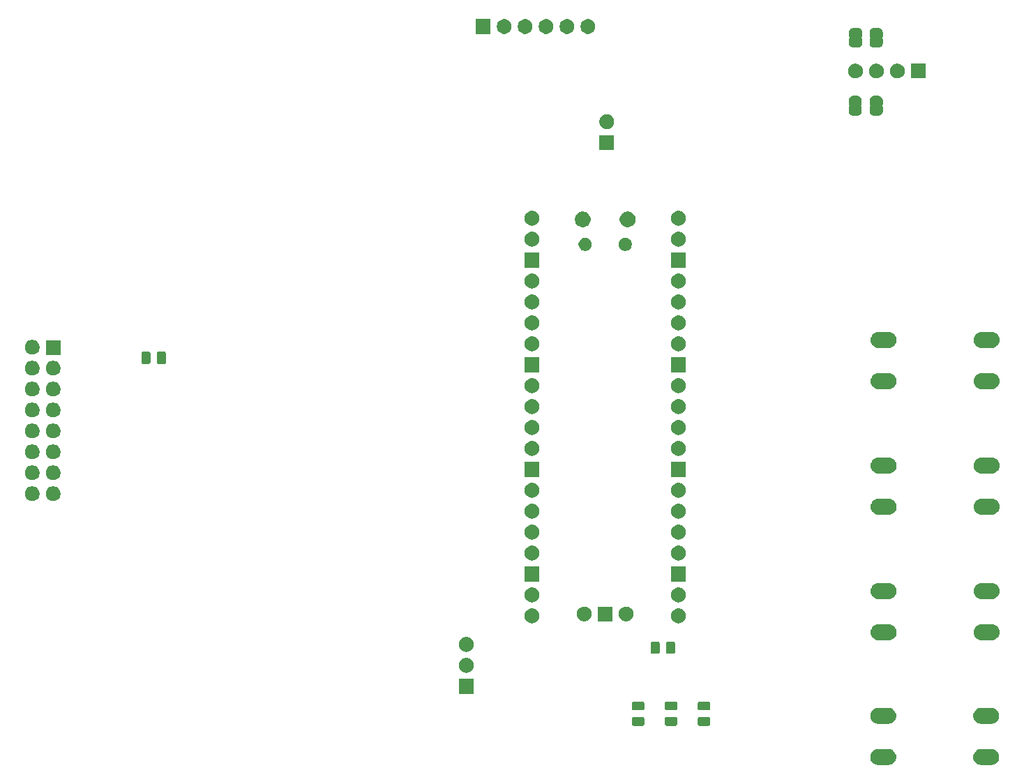
<source format=gbr>
G04 #@! TF.GenerationSoftware,KiCad,Pcbnew,5.1.5+dfsg1-2build2*
G04 #@! TF.CreationDate,2021-07-02T10:02:58+01:00*
G04 #@! TF.ProjectId,pak_breakout,70616b5f-6272-4656-916b-6f75742e6b69,rev?*
G04 #@! TF.SameCoordinates,Original*
G04 #@! TF.FileFunction,Soldermask,Bot*
G04 #@! TF.FilePolarity,Negative*
%FSLAX46Y46*%
G04 Gerber Fmt 4.6, Leading zero omitted, Abs format (unit mm)*
G04 Created by KiCad (PCBNEW 5.1.5+dfsg1-2build2) date 2021-07-02 10:02:58*
%MOMM*%
%LPD*%
G04 APERTURE LIST*
%ADD10C,0.100000*%
G04 APERTURE END LIST*
D10*
G36*
X439944739Y-276278707D02*
G01*
X440040329Y-276288122D01*
X440224306Y-276343931D01*
X440224309Y-276343932D01*
X440314225Y-276391994D01*
X440393860Y-276434559D01*
X440440035Y-276472454D01*
X440542476Y-276556524D01*
X440626546Y-276658965D01*
X440664441Y-276705140D01*
X440707006Y-276784775D01*
X440755068Y-276874691D01*
X440755069Y-276874694D01*
X440810878Y-277058671D01*
X440829722Y-277250000D01*
X440810878Y-277441329D01*
X440755069Y-277625306D01*
X440755068Y-277625309D01*
X440707006Y-277715225D01*
X440664441Y-277794860D01*
X440626546Y-277841035D01*
X440542476Y-277943476D01*
X440440035Y-278027546D01*
X440393860Y-278065441D01*
X440314225Y-278108006D01*
X440224309Y-278156068D01*
X440224306Y-278156069D01*
X440040329Y-278211878D01*
X439944739Y-278221293D01*
X439896945Y-278226000D01*
X438603055Y-278226000D01*
X438555261Y-278221293D01*
X438459671Y-278211878D01*
X438275694Y-278156069D01*
X438275691Y-278156068D01*
X438185775Y-278108006D01*
X438106140Y-278065441D01*
X438059965Y-278027546D01*
X437957524Y-277943476D01*
X437873454Y-277841035D01*
X437835559Y-277794860D01*
X437792994Y-277715225D01*
X437744932Y-277625309D01*
X437744931Y-277625306D01*
X437689122Y-277441329D01*
X437670278Y-277250000D01*
X437689122Y-277058671D01*
X437744931Y-276874694D01*
X437744932Y-276874691D01*
X437792994Y-276784775D01*
X437835559Y-276705140D01*
X437873454Y-276658965D01*
X437957524Y-276556524D01*
X438059965Y-276472454D01*
X438106140Y-276434559D01*
X438185775Y-276391994D01*
X438275691Y-276343932D01*
X438275694Y-276343931D01*
X438459671Y-276288122D01*
X438555261Y-276278707D01*
X438603055Y-276274000D01*
X439896945Y-276274000D01*
X439944739Y-276278707D01*
G37*
G36*
X427444739Y-276278707D02*
G01*
X427540329Y-276288122D01*
X427724306Y-276343931D01*
X427724309Y-276343932D01*
X427814225Y-276391994D01*
X427893860Y-276434559D01*
X427940035Y-276472454D01*
X428042476Y-276556524D01*
X428126546Y-276658965D01*
X428164441Y-276705140D01*
X428207006Y-276784775D01*
X428255068Y-276874691D01*
X428255069Y-276874694D01*
X428310878Y-277058671D01*
X428329722Y-277250000D01*
X428310878Y-277441329D01*
X428255069Y-277625306D01*
X428255068Y-277625309D01*
X428207006Y-277715225D01*
X428164441Y-277794860D01*
X428126546Y-277841035D01*
X428042476Y-277943476D01*
X427940035Y-278027546D01*
X427893860Y-278065441D01*
X427814225Y-278108006D01*
X427724309Y-278156068D01*
X427724306Y-278156069D01*
X427540329Y-278211878D01*
X427444739Y-278221293D01*
X427396945Y-278226000D01*
X426103055Y-278226000D01*
X426055261Y-278221293D01*
X425959671Y-278211878D01*
X425775694Y-278156069D01*
X425775691Y-278156068D01*
X425685775Y-278108006D01*
X425606140Y-278065441D01*
X425559965Y-278027546D01*
X425457524Y-277943476D01*
X425373454Y-277841035D01*
X425335559Y-277794860D01*
X425292994Y-277715225D01*
X425244932Y-277625309D01*
X425244931Y-277625306D01*
X425189122Y-277441329D01*
X425170278Y-277250000D01*
X425189122Y-277058671D01*
X425244931Y-276874694D01*
X425244932Y-276874691D01*
X425292994Y-276784775D01*
X425335559Y-276705140D01*
X425373454Y-276658965D01*
X425457524Y-276556524D01*
X425559965Y-276472454D01*
X425606140Y-276434559D01*
X425685775Y-276391994D01*
X425775691Y-276343932D01*
X425775694Y-276343931D01*
X425959671Y-276288122D01*
X426055261Y-276278707D01*
X426103055Y-276274000D01*
X427396945Y-276274000D01*
X427444739Y-276278707D01*
G37*
G36*
X401584468Y-272403565D02*
G01*
X401623138Y-272415296D01*
X401658777Y-272434346D01*
X401690017Y-272459983D01*
X401715654Y-272491223D01*
X401734704Y-272526862D01*
X401746435Y-272565532D01*
X401751000Y-272611888D01*
X401751000Y-273263112D01*
X401746435Y-273309468D01*
X401734704Y-273348138D01*
X401715654Y-273383777D01*
X401690017Y-273415017D01*
X401658777Y-273440654D01*
X401623138Y-273459704D01*
X401584468Y-273471435D01*
X401538112Y-273476000D01*
X400461888Y-273476000D01*
X400415532Y-273471435D01*
X400376862Y-273459704D01*
X400341223Y-273440654D01*
X400309983Y-273415017D01*
X400284346Y-273383777D01*
X400265296Y-273348138D01*
X400253565Y-273309468D01*
X400249000Y-273263112D01*
X400249000Y-272611888D01*
X400253565Y-272565532D01*
X400265296Y-272526862D01*
X400284346Y-272491223D01*
X400309983Y-272459983D01*
X400341223Y-272434346D01*
X400376862Y-272415296D01*
X400415532Y-272403565D01*
X400461888Y-272399000D01*
X401538112Y-272399000D01*
X401584468Y-272403565D01*
G37*
G36*
X405584468Y-272403565D02*
G01*
X405623138Y-272415296D01*
X405658777Y-272434346D01*
X405690017Y-272459983D01*
X405715654Y-272491223D01*
X405734704Y-272526862D01*
X405746435Y-272565532D01*
X405751000Y-272611888D01*
X405751000Y-273263112D01*
X405746435Y-273309468D01*
X405734704Y-273348138D01*
X405715654Y-273383777D01*
X405690017Y-273415017D01*
X405658777Y-273440654D01*
X405623138Y-273459704D01*
X405584468Y-273471435D01*
X405538112Y-273476000D01*
X404461888Y-273476000D01*
X404415532Y-273471435D01*
X404376862Y-273459704D01*
X404341223Y-273440654D01*
X404309983Y-273415017D01*
X404284346Y-273383777D01*
X404265296Y-273348138D01*
X404253565Y-273309468D01*
X404249000Y-273263112D01*
X404249000Y-272611888D01*
X404253565Y-272565532D01*
X404265296Y-272526862D01*
X404284346Y-272491223D01*
X404309983Y-272459983D01*
X404341223Y-272434346D01*
X404376862Y-272415296D01*
X404415532Y-272403565D01*
X404461888Y-272399000D01*
X405538112Y-272399000D01*
X405584468Y-272403565D01*
G37*
G36*
X397584468Y-272403565D02*
G01*
X397623138Y-272415296D01*
X397658777Y-272434346D01*
X397690017Y-272459983D01*
X397715654Y-272491223D01*
X397734704Y-272526862D01*
X397746435Y-272565532D01*
X397751000Y-272611888D01*
X397751000Y-273263112D01*
X397746435Y-273309468D01*
X397734704Y-273348138D01*
X397715654Y-273383777D01*
X397690017Y-273415017D01*
X397658777Y-273440654D01*
X397623138Y-273459704D01*
X397584468Y-273471435D01*
X397538112Y-273476000D01*
X396461888Y-273476000D01*
X396415532Y-273471435D01*
X396376862Y-273459704D01*
X396341223Y-273440654D01*
X396309983Y-273415017D01*
X396284346Y-273383777D01*
X396265296Y-273348138D01*
X396253565Y-273309468D01*
X396249000Y-273263112D01*
X396249000Y-272611888D01*
X396253565Y-272565532D01*
X396265296Y-272526862D01*
X396284346Y-272491223D01*
X396309983Y-272459983D01*
X396341223Y-272434346D01*
X396376862Y-272415296D01*
X396415532Y-272403565D01*
X396461888Y-272399000D01*
X397538112Y-272399000D01*
X397584468Y-272403565D01*
G37*
G36*
X427444739Y-271278707D02*
G01*
X427540329Y-271288122D01*
X427724306Y-271343931D01*
X427724309Y-271343932D01*
X427806963Y-271388112D01*
X427893860Y-271434559D01*
X427940035Y-271472454D01*
X428042476Y-271556524D01*
X428126546Y-271658965D01*
X428164441Y-271705140D01*
X428207006Y-271784775D01*
X428255068Y-271874691D01*
X428255069Y-271874694D01*
X428310878Y-272058671D01*
X428329722Y-272250000D01*
X428310878Y-272441329D01*
X428273298Y-272565212D01*
X428255068Y-272625309D01*
X428232115Y-272668250D01*
X428164441Y-272794860D01*
X428126546Y-272841035D01*
X428042476Y-272943476D01*
X427940035Y-273027546D01*
X427893860Y-273065441D01*
X427814225Y-273108006D01*
X427724309Y-273156068D01*
X427724306Y-273156069D01*
X427540329Y-273211878D01*
X427444739Y-273221293D01*
X427396945Y-273226000D01*
X426103055Y-273226000D01*
X426055261Y-273221293D01*
X425959671Y-273211878D01*
X425775694Y-273156069D01*
X425775691Y-273156068D01*
X425685775Y-273108006D01*
X425606140Y-273065441D01*
X425559965Y-273027546D01*
X425457524Y-272943476D01*
X425373454Y-272841035D01*
X425335559Y-272794860D01*
X425267885Y-272668250D01*
X425244932Y-272625309D01*
X425226702Y-272565212D01*
X425189122Y-272441329D01*
X425170278Y-272250000D01*
X425189122Y-272058671D01*
X425244931Y-271874694D01*
X425244932Y-271874691D01*
X425292994Y-271784775D01*
X425335559Y-271705140D01*
X425373454Y-271658965D01*
X425457524Y-271556524D01*
X425559965Y-271472454D01*
X425606140Y-271434559D01*
X425693037Y-271388112D01*
X425775691Y-271343932D01*
X425775694Y-271343931D01*
X425959671Y-271288122D01*
X426055261Y-271278707D01*
X426103055Y-271274000D01*
X427396945Y-271274000D01*
X427444739Y-271278707D01*
G37*
G36*
X439944739Y-271278707D02*
G01*
X440040329Y-271288122D01*
X440224306Y-271343931D01*
X440224309Y-271343932D01*
X440306963Y-271388112D01*
X440393860Y-271434559D01*
X440440035Y-271472454D01*
X440542476Y-271556524D01*
X440626546Y-271658965D01*
X440664441Y-271705140D01*
X440707006Y-271784775D01*
X440755068Y-271874691D01*
X440755069Y-271874694D01*
X440810878Y-272058671D01*
X440829722Y-272250000D01*
X440810878Y-272441329D01*
X440773298Y-272565212D01*
X440755068Y-272625309D01*
X440732115Y-272668250D01*
X440664441Y-272794860D01*
X440626546Y-272841035D01*
X440542476Y-272943476D01*
X440440035Y-273027546D01*
X440393860Y-273065441D01*
X440314225Y-273108006D01*
X440224309Y-273156068D01*
X440224306Y-273156069D01*
X440040329Y-273211878D01*
X439944739Y-273221293D01*
X439896945Y-273226000D01*
X438603055Y-273226000D01*
X438555261Y-273221293D01*
X438459671Y-273211878D01*
X438275694Y-273156069D01*
X438275691Y-273156068D01*
X438185775Y-273108006D01*
X438106140Y-273065441D01*
X438059965Y-273027546D01*
X437957524Y-272943476D01*
X437873454Y-272841035D01*
X437835559Y-272794860D01*
X437767885Y-272668250D01*
X437744932Y-272625309D01*
X437726702Y-272565212D01*
X437689122Y-272441329D01*
X437670278Y-272250000D01*
X437689122Y-272058671D01*
X437744931Y-271874694D01*
X437744932Y-271874691D01*
X437792994Y-271784775D01*
X437835559Y-271705140D01*
X437873454Y-271658965D01*
X437957524Y-271556524D01*
X438059965Y-271472454D01*
X438106140Y-271434559D01*
X438193037Y-271388112D01*
X438275691Y-271343932D01*
X438275694Y-271343931D01*
X438459671Y-271288122D01*
X438555261Y-271278707D01*
X438603055Y-271274000D01*
X439896945Y-271274000D01*
X439944739Y-271278707D01*
G37*
G36*
X397584468Y-270528565D02*
G01*
X397623138Y-270540296D01*
X397658777Y-270559346D01*
X397690017Y-270584983D01*
X397715654Y-270616223D01*
X397734704Y-270651862D01*
X397746435Y-270690532D01*
X397751000Y-270736888D01*
X397751000Y-271388112D01*
X397746435Y-271434468D01*
X397734704Y-271473138D01*
X397715654Y-271508777D01*
X397690017Y-271540017D01*
X397658777Y-271565654D01*
X397623138Y-271584704D01*
X397584468Y-271596435D01*
X397538112Y-271601000D01*
X396461888Y-271601000D01*
X396415532Y-271596435D01*
X396376862Y-271584704D01*
X396341223Y-271565654D01*
X396309983Y-271540017D01*
X396284346Y-271508777D01*
X396265296Y-271473138D01*
X396253565Y-271434468D01*
X396249000Y-271388112D01*
X396249000Y-270736888D01*
X396253565Y-270690532D01*
X396265296Y-270651862D01*
X396284346Y-270616223D01*
X396309983Y-270584983D01*
X396341223Y-270559346D01*
X396376862Y-270540296D01*
X396415532Y-270528565D01*
X396461888Y-270524000D01*
X397538112Y-270524000D01*
X397584468Y-270528565D01*
G37*
G36*
X405584468Y-270528565D02*
G01*
X405623138Y-270540296D01*
X405658777Y-270559346D01*
X405690017Y-270584983D01*
X405715654Y-270616223D01*
X405734704Y-270651862D01*
X405746435Y-270690532D01*
X405751000Y-270736888D01*
X405751000Y-271388112D01*
X405746435Y-271434468D01*
X405734704Y-271473138D01*
X405715654Y-271508777D01*
X405690017Y-271540017D01*
X405658777Y-271565654D01*
X405623138Y-271584704D01*
X405584468Y-271596435D01*
X405538112Y-271601000D01*
X404461888Y-271601000D01*
X404415532Y-271596435D01*
X404376862Y-271584704D01*
X404341223Y-271565654D01*
X404309983Y-271540017D01*
X404284346Y-271508777D01*
X404265296Y-271473138D01*
X404253565Y-271434468D01*
X404249000Y-271388112D01*
X404249000Y-270736888D01*
X404253565Y-270690532D01*
X404265296Y-270651862D01*
X404284346Y-270616223D01*
X404309983Y-270584983D01*
X404341223Y-270559346D01*
X404376862Y-270540296D01*
X404415532Y-270528565D01*
X404461888Y-270524000D01*
X405538112Y-270524000D01*
X405584468Y-270528565D01*
G37*
G36*
X401584468Y-270528565D02*
G01*
X401623138Y-270540296D01*
X401658777Y-270559346D01*
X401690017Y-270584983D01*
X401715654Y-270616223D01*
X401734704Y-270651862D01*
X401746435Y-270690532D01*
X401751000Y-270736888D01*
X401751000Y-271388112D01*
X401746435Y-271434468D01*
X401734704Y-271473138D01*
X401715654Y-271508777D01*
X401690017Y-271540017D01*
X401658777Y-271565654D01*
X401623138Y-271584704D01*
X401584468Y-271596435D01*
X401538112Y-271601000D01*
X400461888Y-271601000D01*
X400415532Y-271596435D01*
X400376862Y-271584704D01*
X400341223Y-271565654D01*
X400309983Y-271540017D01*
X400284346Y-271508777D01*
X400265296Y-271473138D01*
X400253565Y-271434468D01*
X400249000Y-271388112D01*
X400249000Y-270736888D01*
X400253565Y-270690532D01*
X400265296Y-270651862D01*
X400284346Y-270616223D01*
X400309983Y-270584983D01*
X400341223Y-270559346D01*
X400376862Y-270540296D01*
X400415532Y-270528565D01*
X400461888Y-270524000D01*
X401538112Y-270524000D01*
X401584468Y-270528565D01*
G37*
G36*
X377051000Y-269581000D02*
G01*
X375249000Y-269581000D01*
X375249000Y-267779000D01*
X377051000Y-267779000D01*
X377051000Y-269581000D01*
G37*
G36*
X376263512Y-265243927D02*
G01*
X376412812Y-265273624D01*
X376576784Y-265341544D01*
X376724354Y-265440147D01*
X376849853Y-265565646D01*
X376948456Y-265713216D01*
X377016376Y-265877188D01*
X377051000Y-266051259D01*
X377051000Y-266228741D01*
X377016376Y-266402812D01*
X376948456Y-266566784D01*
X376849853Y-266714354D01*
X376724354Y-266839853D01*
X376576784Y-266938456D01*
X376412812Y-267006376D01*
X376263512Y-267036073D01*
X376238742Y-267041000D01*
X376061258Y-267041000D01*
X376036488Y-267036073D01*
X375887188Y-267006376D01*
X375723216Y-266938456D01*
X375575646Y-266839853D01*
X375450147Y-266714354D01*
X375351544Y-266566784D01*
X375283624Y-266402812D01*
X375249000Y-266228741D01*
X375249000Y-266051259D01*
X375283624Y-265877188D01*
X375351544Y-265713216D01*
X375450147Y-265565646D01*
X375575646Y-265440147D01*
X375723216Y-265341544D01*
X375887188Y-265273624D01*
X376036488Y-265243927D01*
X376061258Y-265239000D01*
X376238742Y-265239000D01*
X376263512Y-265243927D01*
G37*
G36*
X399434468Y-263253565D02*
G01*
X399473138Y-263265296D01*
X399508777Y-263284346D01*
X399540017Y-263309983D01*
X399565654Y-263341223D01*
X399584704Y-263376862D01*
X399596435Y-263415532D01*
X399601000Y-263461888D01*
X399601000Y-264538112D01*
X399596435Y-264584468D01*
X399584704Y-264623138D01*
X399565654Y-264658777D01*
X399540017Y-264690017D01*
X399508777Y-264715654D01*
X399473138Y-264734704D01*
X399434468Y-264746435D01*
X399388112Y-264751000D01*
X398736888Y-264751000D01*
X398690532Y-264746435D01*
X398651862Y-264734704D01*
X398616223Y-264715654D01*
X398584983Y-264690017D01*
X398559346Y-264658777D01*
X398540296Y-264623138D01*
X398528565Y-264584468D01*
X398524000Y-264538112D01*
X398524000Y-263461888D01*
X398528565Y-263415532D01*
X398540296Y-263376862D01*
X398559346Y-263341223D01*
X398584983Y-263309983D01*
X398616223Y-263284346D01*
X398651862Y-263265296D01*
X398690532Y-263253565D01*
X398736888Y-263249000D01*
X399388112Y-263249000D01*
X399434468Y-263253565D01*
G37*
G36*
X401309468Y-263253565D02*
G01*
X401348138Y-263265296D01*
X401383777Y-263284346D01*
X401415017Y-263309983D01*
X401440654Y-263341223D01*
X401459704Y-263376862D01*
X401471435Y-263415532D01*
X401476000Y-263461888D01*
X401476000Y-264538112D01*
X401471435Y-264584468D01*
X401459704Y-264623138D01*
X401440654Y-264658777D01*
X401415017Y-264690017D01*
X401383777Y-264715654D01*
X401348138Y-264734704D01*
X401309468Y-264746435D01*
X401263112Y-264751000D01*
X400611888Y-264751000D01*
X400565532Y-264746435D01*
X400526862Y-264734704D01*
X400491223Y-264715654D01*
X400459983Y-264690017D01*
X400434346Y-264658777D01*
X400415296Y-264623138D01*
X400403565Y-264584468D01*
X400399000Y-264538112D01*
X400399000Y-263461888D01*
X400403565Y-263415532D01*
X400415296Y-263376862D01*
X400434346Y-263341223D01*
X400459983Y-263309983D01*
X400491223Y-263284346D01*
X400526862Y-263265296D01*
X400565532Y-263253565D01*
X400611888Y-263249000D01*
X401263112Y-263249000D01*
X401309468Y-263253565D01*
G37*
G36*
X376263512Y-262703927D02*
G01*
X376412812Y-262733624D01*
X376576784Y-262801544D01*
X376724354Y-262900147D01*
X376849853Y-263025646D01*
X376948456Y-263173216D01*
X377016376Y-263337188D01*
X377051000Y-263511259D01*
X377051000Y-263688741D01*
X377016376Y-263862812D01*
X376948456Y-264026784D01*
X376849853Y-264174354D01*
X376724354Y-264299853D01*
X376576784Y-264398456D01*
X376412812Y-264466376D01*
X376263512Y-264496073D01*
X376238742Y-264501000D01*
X376061258Y-264501000D01*
X376036488Y-264496073D01*
X375887188Y-264466376D01*
X375723216Y-264398456D01*
X375575646Y-264299853D01*
X375450147Y-264174354D01*
X375351544Y-264026784D01*
X375283624Y-263862812D01*
X375249000Y-263688741D01*
X375249000Y-263511259D01*
X375283624Y-263337188D01*
X375351544Y-263173216D01*
X375450147Y-263025646D01*
X375575646Y-262900147D01*
X375723216Y-262801544D01*
X375887188Y-262733624D01*
X376036488Y-262703927D01*
X376061258Y-262699000D01*
X376238742Y-262699000D01*
X376263512Y-262703927D01*
G37*
G36*
X427494739Y-261138707D02*
G01*
X427590329Y-261148122D01*
X427774306Y-261203931D01*
X427774309Y-261203932D01*
X427864225Y-261251994D01*
X427943860Y-261294559D01*
X427990035Y-261332454D01*
X428092476Y-261416524D01*
X428176546Y-261518965D01*
X428214441Y-261565140D01*
X428257006Y-261644775D01*
X428305068Y-261734691D01*
X428305069Y-261734694D01*
X428360878Y-261918671D01*
X428379722Y-262110000D01*
X428360878Y-262301329D01*
X428305069Y-262485306D01*
X428305068Y-262485309D01*
X428257006Y-262575225D01*
X428214441Y-262654860D01*
X428178216Y-262699000D01*
X428092476Y-262803476D01*
X427990035Y-262887546D01*
X427943860Y-262925441D01*
X427864225Y-262968006D01*
X427774309Y-263016068D01*
X427774306Y-263016069D01*
X427590329Y-263071878D01*
X427494739Y-263081293D01*
X427446945Y-263086000D01*
X426153055Y-263086000D01*
X426105261Y-263081293D01*
X426009671Y-263071878D01*
X425825694Y-263016069D01*
X425825691Y-263016068D01*
X425735775Y-262968006D01*
X425656140Y-262925441D01*
X425609965Y-262887546D01*
X425507524Y-262803476D01*
X425421784Y-262699000D01*
X425385559Y-262654860D01*
X425342994Y-262575225D01*
X425294932Y-262485309D01*
X425294931Y-262485306D01*
X425239122Y-262301329D01*
X425220278Y-262110000D01*
X425239122Y-261918671D01*
X425294931Y-261734694D01*
X425294932Y-261734691D01*
X425342994Y-261644775D01*
X425385559Y-261565140D01*
X425423454Y-261518965D01*
X425507524Y-261416524D01*
X425609965Y-261332454D01*
X425656140Y-261294559D01*
X425735775Y-261251994D01*
X425825691Y-261203932D01*
X425825694Y-261203931D01*
X426009671Y-261148122D01*
X426105261Y-261138707D01*
X426153055Y-261134000D01*
X427446945Y-261134000D01*
X427494739Y-261138707D01*
G37*
G36*
X439994739Y-261138707D02*
G01*
X440090329Y-261148122D01*
X440274306Y-261203931D01*
X440274309Y-261203932D01*
X440364225Y-261251994D01*
X440443860Y-261294559D01*
X440490035Y-261332454D01*
X440592476Y-261416524D01*
X440676546Y-261518965D01*
X440714441Y-261565140D01*
X440757006Y-261644775D01*
X440805068Y-261734691D01*
X440805069Y-261734694D01*
X440860878Y-261918671D01*
X440879722Y-262110000D01*
X440860878Y-262301329D01*
X440805069Y-262485306D01*
X440805068Y-262485309D01*
X440757006Y-262575225D01*
X440714441Y-262654860D01*
X440678216Y-262699000D01*
X440592476Y-262803476D01*
X440490035Y-262887546D01*
X440443860Y-262925441D01*
X440364225Y-262968006D01*
X440274309Y-263016068D01*
X440274306Y-263016069D01*
X440090329Y-263071878D01*
X439994739Y-263081293D01*
X439946945Y-263086000D01*
X438653055Y-263086000D01*
X438605261Y-263081293D01*
X438509671Y-263071878D01*
X438325694Y-263016069D01*
X438325691Y-263016068D01*
X438235775Y-262968006D01*
X438156140Y-262925441D01*
X438109965Y-262887546D01*
X438007524Y-262803476D01*
X437921784Y-262699000D01*
X437885559Y-262654860D01*
X437842994Y-262575225D01*
X437794932Y-262485309D01*
X437794931Y-262485306D01*
X437739122Y-262301329D01*
X437720278Y-262110000D01*
X437739122Y-261918671D01*
X437794931Y-261734694D01*
X437794932Y-261734691D01*
X437842994Y-261644775D01*
X437885559Y-261565140D01*
X437923454Y-261518965D01*
X438007524Y-261416524D01*
X438109965Y-261332454D01*
X438156140Y-261294559D01*
X438235775Y-261251994D01*
X438325691Y-261203932D01*
X438325694Y-261203931D01*
X438509671Y-261148122D01*
X438605261Y-261138707D01*
X438653055Y-261134000D01*
X439946945Y-261134000D01*
X439994739Y-261138707D01*
G37*
G36*
X402003512Y-259233927D02*
G01*
X402152812Y-259263624D01*
X402316784Y-259331544D01*
X402464354Y-259430147D01*
X402589853Y-259555646D01*
X402688456Y-259703216D01*
X402756376Y-259867188D01*
X402791000Y-260041259D01*
X402791000Y-260218741D01*
X402756376Y-260392812D01*
X402688456Y-260556784D01*
X402589853Y-260704354D01*
X402464354Y-260829853D01*
X402316784Y-260928456D01*
X402152812Y-260996376D01*
X402003512Y-261026073D01*
X401978742Y-261031000D01*
X401801258Y-261031000D01*
X401776488Y-261026073D01*
X401627188Y-260996376D01*
X401463216Y-260928456D01*
X401315646Y-260829853D01*
X401190147Y-260704354D01*
X401091544Y-260556784D01*
X401023624Y-260392812D01*
X400989000Y-260218741D01*
X400989000Y-260041259D01*
X401023624Y-259867188D01*
X401091544Y-259703216D01*
X401190147Y-259555646D01*
X401315646Y-259430147D01*
X401463216Y-259331544D01*
X401627188Y-259263624D01*
X401776488Y-259233927D01*
X401801258Y-259229000D01*
X401978742Y-259229000D01*
X402003512Y-259233927D01*
G37*
G36*
X384223512Y-259233927D02*
G01*
X384372812Y-259263624D01*
X384536784Y-259331544D01*
X384684354Y-259430147D01*
X384809853Y-259555646D01*
X384908456Y-259703216D01*
X384976376Y-259867188D01*
X385011000Y-260041259D01*
X385011000Y-260218741D01*
X384976376Y-260392812D01*
X384908456Y-260556784D01*
X384809853Y-260704354D01*
X384684354Y-260829853D01*
X384536784Y-260928456D01*
X384372812Y-260996376D01*
X384223512Y-261026073D01*
X384198742Y-261031000D01*
X384021258Y-261031000D01*
X383996488Y-261026073D01*
X383847188Y-260996376D01*
X383683216Y-260928456D01*
X383535646Y-260829853D01*
X383410147Y-260704354D01*
X383311544Y-260556784D01*
X383243624Y-260392812D01*
X383209000Y-260218741D01*
X383209000Y-260041259D01*
X383243624Y-259867188D01*
X383311544Y-259703216D01*
X383410147Y-259555646D01*
X383535646Y-259430147D01*
X383683216Y-259331544D01*
X383847188Y-259263624D01*
X383996488Y-259233927D01*
X384021258Y-259229000D01*
X384198742Y-259229000D01*
X384223512Y-259233927D01*
G37*
G36*
X395653512Y-259003927D02*
G01*
X395802812Y-259033624D01*
X395966784Y-259101544D01*
X396114354Y-259200147D01*
X396239853Y-259325646D01*
X396338456Y-259473216D01*
X396406376Y-259637188D01*
X396441000Y-259811259D01*
X396441000Y-259988741D01*
X396406376Y-260162812D01*
X396338456Y-260326784D01*
X396239853Y-260474354D01*
X396114354Y-260599853D01*
X395966784Y-260698456D01*
X395802812Y-260766376D01*
X395653512Y-260796073D01*
X395628742Y-260801000D01*
X395451258Y-260801000D01*
X395426488Y-260796073D01*
X395277188Y-260766376D01*
X395113216Y-260698456D01*
X394965646Y-260599853D01*
X394840147Y-260474354D01*
X394741544Y-260326784D01*
X394673624Y-260162812D01*
X394639000Y-259988741D01*
X394639000Y-259811259D01*
X394673624Y-259637188D01*
X394741544Y-259473216D01*
X394840147Y-259325646D01*
X394965646Y-259200147D01*
X395113216Y-259101544D01*
X395277188Y-259033624D01*
X395426488Y-259003927D01*
X395451258Y-258999000D01*
X395628742Y-258999000D01*
X395653512Y-259003927D01*
G37*
G36*
X390573512Y-259003927D02*
G01*
X390722812Y-259033624D01*
X390886784Y-259101544D01*
X391034354Y-259200147D01*
X391159853Y-259325646D01*
X391258456Y-259473216D01*
X391326376Y-259637188D01*
X391361000Y-259811259D01*
X391361000Y-259988741D01*
X391326376Y-260162812D01*
X391258456Y-260326784D01*
X391159853Y-260474354D01*
X391034354Y-260599853D01*
X390886784Y-260698456D01*
X390722812Y-260766376D01*
X390573512Y-260796073D01*
X390548742Y-260801000D01*
X390371258Y-260801000D01*
X390346488Y-260796073D01*
X390197188Y-260766376D01*
X390033216Y-260698456D01*
X389885646Y-260599853D01*
X389760147Y-260474354D01*
X389661544Y-260326784D01*
X389593624Y-260162812D01*
X389559000Y-259988741D01*
X389559000Y-259811259D01*
X389593624Y-259637188D01*
X389661544Y-259473216D01*
X389760147Y-259325646D01*
X389885646Y-259200147D01*
X390033216Y-259101544D01*
X390197188Y-259033624D01*
X390346488Y-259003927D01*
X390371258Y-258999000D01*
X390548742Y-258999000D01*
X390573512Y-259003927D01*
G37*
G36*
X393901000Y-260801000D02*
G01*
X392099000Y-260801000D01*
X392099000Y-258999000D01*
X393901000Y-258999000D01*
X393901000Y-260801000D01*
G37*
G36*
X384223512Y-256693927D02*
G01*
X384372812Y-256723624D01*
X384536784Y-256791544D01*
X384684354Y-256890147D01*
X384809853Y-257015646D01*
X384908456Y-257163216D01*
X384976376Y-257327188D01*
X385011000Y-257501259D01*
X385011000Y-257678741D01*
X384976376Y-257852812D01*
X384908456Y-258016784D01*
X384809853Y-258164354D01*
X384684354Y-258289853D01*
X384536784Y-258388456D01*
X384372812Y-258456376D01*
X384223512Y-258486073D01*
X384198742Y-258491000D01*
X384021258Y-258491000D01*
X383996488Y-258486073D01*
X383847188Y-258456376D01*
X383683216Y-258388456D01*
X383535646Y-258289853D01*
X383410147Y-258164354D01*
X383311544Y-258016784D01*
X383243624Y-257852812D01*
X383209000Y-257678741D01*
X383209000Y-257501259D01*
X383243624Y-257327188D01*
X383311544Y-257163216D01*
X383410147Y-257015646D01*
X383535646Y-256890147D01*
X383683216Y-256791544D01*
X383847188Y-256723624D01*
X383996488Y-256693927D01*
X384021258Y-256689000D01*
X384198742Y-256689000D01*
X384223512Y-256693927D01*
G37*
G36*
X402003512Y-256693927D02*
G01*
X402152812Y-256723624D01*
X402316784Y-256791544D01*
X402464354Y-256890147D01*
X402589853Y-257015646D01*
X402688456Y-257163216D01*
X402756376Y-257327188D01*
X402791000Y-257501259D01*
X402791000Y-257678741D01*
X402756376Y-257852812D01*
X402688456Y-258016784D01*
X402589853Y-258164354D01*
X402464354Y-258289853D01*
X402316784Y-258388456D01*
X402152812Y-258456376D01*
X402003512Y-258486073D01*
X401978742Y-258491000D01*
X401801258Y-258491000D01*
X401776488Y-258486073D01*
X401627188Y-258456376D01*
X401463216Y-258388456D01*
X401315646Y-258289853D01*
X401190147Y-258164354D01*
X401091544Y-258016784D01*
X401023624Y-257852812D01*
X400989000Y-257678741D01*
X400989000Y-257501259D01*
X401023624Y-257327188D01*
X401091544Y-257163216D01*
X401190147Y-257015646D01*
X401315646Y-256890147D01*
X401463216Y-256791544D01*
X401627188Y-256723624D01*
X401776488Y-256693927D01*
X401801258Y-256689000D01*
X401978742Y-256689000D01*
X402003512Y-256693927D01*
G37*
G36*
X427494739Y-256138707D02*
G01*
X427590329Y-256148122D01*
X427774306Y-256203931D01*
X427774309Y-256203932D01*
X427864225Y-256251994D01*
X427943860Y-256294559D01*
X427990035Y-256332454D01*
X428092476Y-256416524D01*
X428176546Y-256518965D01*
X428214441Y-256565140D01*
X428257006Y-256644775D01*
X428305068Y-256734691D01*
X428305069Y-256734694D01*
X428360878Y-256918671D01*
X428379722Y-257110000D01*
X428360878Y-257301329D01*
X428353033Y-257327189D01*
X428305068Y-257485309D01*
X428296543Y-257501258D01*
X428214441Y-257654860D01*
X428194842Y-257678741D01*
X428092476Y-257803476D01*
X427990035Y-257887546D01*
X427943860Y-257925441D01*
X427864225Y-257968006D01*
X427774309Y-258016068D01*
X427774306Y-258016069D01*
X427590329Y-258071878D01*
X427494739Y-258081293D01*
X427446945Y-258086000D01*
X426153055Y-258086000D01*
X426105261Y-258081293D01*
X426009671Y-258071878D01*
X425825694Y-258016069D01*
X425825691Y-258016068D01*
X425735775Y-257968006D01*
X425656140Y-257925441D01*
X425609965Y-257887546D01*
X425507524Y-257803476D01*
X425405158Y-257678741D01*
X425385559Y-257654860D01*
X425303457Y-257501258D01*
X425294932Y-257485309D01*
X425246967Y-257327189D01*
X425239122Y-257301329D01*
X425220278Y-257110000D01*
X425239122Y-256918671D01*
X425294931Y-256734694D01*
X425294932Y-256734691D01*
X425342994Y-256644775D01*
X425385559Y-256565140D01*
X425423454Y-256518965D01*
X425507524Y-256416524D01*
X425609965Y-256332454D01*
X425656140Y-256294559D01*
X425735775Y-256251994D01*
X425825691Y-256203932D01*
X425825694Y-256203931D01*
X426009671Y-256148122D01*
X426105261Y-256138707D01*
X426153055Y-256134000D01*
X427446945Y-256134000D01*
X427494739Y-256138707D01*
G37*
G36*
X439994739Y-256138707D02*
G01*
X440090329Y-256148122D01*
X440274306Y-256203931D01*
X440274309Y-256203932D01*
X440364225Y-256251994D01*
X440443860Y-256294559D01*
X440490035Y-256332454D01*
X440592476Y-256416524D01*
X440676546Y-256518965D01*
X440714441Y-256565140D01*
X440757006Y-256644775D01*
X440805068Y-256734691D01*
X440805069Y-256734694D01*
X440860878Y-256918671D01*
X440879722Y-257110000D01*
X440860878Y-257301329D01*
X440853033Y-257327189D01*
X440805068Y-257485309D01*
X440796543Y-257501258D01*
X440714441Y-257654860D01*
X440694842Y-257678741D01*
X440592476Y-257803476D01*
X440490035Y-257887546D01*
X440443860Y-257925441D01*
X440364225Y-257968006D01*
X440274309Y-258016068D01*
X440274306Y-258016069D01*
X440090329Y-258071878D01*
X439994739Y-258081293D01*
X439946945Y-258086000D01*
X438653055Y-258086000D01*
X438605261Y-258081293D01*
X438509671Y-258071878D01*
X438325694Y-258016069D01*
X438325691Y-258016068D01*
X438235775Y-257968006D01*
X438156140Y-257925441D01*
X438109965Y-257887546D01*
X438007524Y-257803476D01*
X437905158Y-257678741D01*
X437885559Y-257654860D01*
X437803457Y-257501258D01*
X437794932Y-257485309D01*
X437746967Y-257327189D01*
X437739122Y-257301329D01*
X437720278Y-257110000D01*
X437739122Y-256918671D01*
X437794931Y-256734694D01*
X437794932Y-256734691D01*
X437842994Y-256644775D01*
X437885559Y-256565140D01*
X437923454Y-256518965D01*
X438007524Y-256416524D01*
X438109965Y-256332454D01*
X438156140Y-256294559D01*
X438235775Y-256251994D01*
X438325691Y-256203932D01*
X438325694Y-256203931D01*
X438509671Y-256148122D01*
X438605261Y-256138707D01*
X438653055Y-256134000D01*
X439946945Y-256134000D01*
X439994739Y-256138707D01*
G37*
G36*
X402791000Y-255951000D02*
G01*
X400989000Y-255951000D01*
X400989000Y-254149000D01*
X402791000Y-254149000D01*
X402791000Y-255951000D01*
G37*
G36*
X385011000Y-255951000D02*
G01*
X383209000Y-255951000D01*
X383209000Y-254149000D01*
X385011000Y-254149000D01*
X385011000Y-255951000D01*
G37*
G36*
X402003512Y-251613927D02*
G01*
X402152812Y-251643624D01*
X402316784Y-251711544D01*
X402464354Y-251810147D01*
X402589853Y-251935646D01*
X402688456Y-252083216D01*
X402756376Y-252247188D01*
X402791000Y-252421259D01*
X402791000Y-252598741D01*
X402756376Y-252772812D01*
X402688456Y-252936784D01*
X402589853Y-253084354D01*
X402464354Y-253209853D01*
X402316784Y-253308456D01*
X402152812Y-253376376D01*
X402003512Y-253406073D01*
X401978742Y-253411000D01*
X401801258Y-253411000D01*
X401776488Y-253406073D01*
X401627188Y-253376376D01*
X401463216Y-253308456D01*
X401315646Y-253209853D01*
X401190147Y-253084354D01*
X401091544Y-252936784D01*
X401023624Y-252772812D01*
X400989000Y-252598741D01*
X400989000Y-252421259D01*
X401023624Y-252247188D01*
X401091544Y-252083216D01*
X401190147Y-251935646D01*
X401315646Y-251810147D01*
X401463216Y-251711544D01*
X401627188Y-251643624D01*
X401776488Y-251613927D01*
X401801258Y-251609000D01*
X401978742Y-251609000D01*
X402003512Y-251613927D01*
G37*
G36*
X384223512Y-251613927D02*
G01*
X384372812Y-251643624D01*
X384536784Y-251711544D01*
X384684354Y-251810147D01*
X384809853Y-251935646D01*
X384908456Y-252083216D01*
X384976376Y-252247188D01*
X385011000Y-252421259D01*
X385011000Y-252598741D01*
X384976376Y-252772812D01*
X384908456Y-252936784D01*
X384809853Y-253084354D01*
X384684354Y-253209853D01*
X384536784Y-253308456D01*
X384372812Y-253376376D01*
X384223512Y-253406073D01*
X384198742Y-253411000D01*
X384021258Y-253411000D01*
X383996488Y-253406073D01*
X383847188Y-253376376D01*
X383683216Y-253308456D01*
X383535646Y-253209853D01*
X383410147Y-253084354D01*
X383311544Y-252936784D01*
X383243624Y-252772812D01*
X383209000Y-252598741D01*
X383209000Y-252421259D01*
X383243624Y-252247188D01*
X383311544Y-252083216D01*
X383410147Y-251935646D01*
X383535646Y-251810147D01*
X383683216Y-251711544D01*
X383847188Y-251643624D01*
X383996488Y-251613927D01*
X384021258Y-251609000D01*
X384198742Y-251609000D01*
X384223512Y-251613927D01*
G37*
G36*
X402003512Y-249073927D02*
G01*
X402152812Y-249103624D01*
X402316784Y-249171544D01*
X402464354Y-249270147D01*
X402589853Y-249395646D01*
X402688456Y-249543216D01*
X402756376Y-249707188D01*
X402791000Y-249881259D01*
X402791000Y-250058741D01*
X402756376Y-250232812D01*
X402688456Y-250396784D01*
X402589853Y-250544354D01*
X402464354Y-250669853D01*
X402316784Y-250768456D01*
X402152812Y-250836376D01*
X402003512Y-250866073D01*
X401978742Y-250871000D01*
X401801258Y-250871000D01*
X401776488Y-250866073D01*
X401627188Y-250836376D01*
X401463216Y-250768456D01*
X401315646Y-250669853D01*
X401190147Y-250544354D01*
X401091544Y-250396784D01*
X401023624Y-250232812D01*
X400989000Y-250058741D01*
X400989000Y-249881259D01*
X401023624Y-249707188D01*
X401091544Y-249543216D01*
X401190147Y-249395646D01*
X401315646Y-249270147D01*
X401463216Y-249171544D01*
X401627188Y-249103624D01*
X401776488Y-249073927D01*
X401801258Y-249069000D01*
X401978742Y-249069000D01*
X402003512Y-249073927D01*
G37*
G36*
X384223512Y-249073927D02*
G01*
X384372812Y-249103624D01*
X384536784Y-249171544D01*
X384684354Y-249270147D01*
X384809853Y-249395646D01*
X384908456Y-249543216D01*
X384976376Y-249707188D01*
X385011000Y-249881259D01*
X385011000Y-250058741D01*
X384976376Y-250232812D01*
X384908456Y-250396784D01*
X384809853Y-250544354D01*
X384684354Y-250669853D01*
X384536784Y-250768456D01*
X384372812Y-250836376D01*
X384223512Y-250866073D01*
X384198742Y-250871000D01*
X384021258Y-250871000D01*
X383996488Y-250866073D01*
X383847188Y-250836376D01*
X383683216Y-250768456D01*
X383535646Y-250669853D01*
X383410147Y-250544354D01*
X383311544Y-250396784D01*
X383243624Y-250232812D01*
X383209000Y-250058741D01*
X383209000Y-249881259D01*
X383243624Y-249707188D01*
X383311544Y-249543216D01*
X383410147Y-249395646D01*
X383535646Y-249270147D01*
X383683216Y-249171544D01*
X383847188Y-249103624D01*
X383996488Y-249073927D01*
X384021258Y-249069000D01*
X384198742Y-249069000D01*
X384223512Y-249073927D01*
G37*
G36*
X402003512Y-246533927D02*
G01*
X402152812Y-246563624D01*
X402316784Y-246631544D01*
X402464354Y-246730147D01*
X402589853Y-246855646D01*
X402688456Y-247003216D01*
X402756376Y-247167188D01*
X402791000Y-247341259D01*
X402791000Y-247518741D01*
X402756376Y-247692812D01*
X402688456Y-247856784D01*
X402589853Y-248004354D01*
X402464354Y-248129853D01*
X402316784Y-248228456D01*
X402152812Y-248296376D01*
X402003512Y-248326073D01*
X401978742Y-248331000D01*
X401801258Y-248331000D01*
X401776488Y-248326073D01*
X401627188Y-248296376D01*
X401463216Y-248228456D01*
X401315646Y-248129853D01*
X401190147Y-248004354D01*
X401091544Y-247856784D01*
X401023624Y-247692812D01*
X400989000Y-247518741D01*
X400989000Y-247341259D01*
X401023624Y-247167188D01*
X401091544Y-247003216D01*
X401190147Y-246855646D01*
X401315646Y-246730147D01*
X401463216Y-246631544D01*
X401627188Y-246563624D01*
X401776488Y-246533927D01*
X401801258Y-246529000D01*
X401978742Y-246529000D01*
X402003512Y-246533927D01*
G37*
G36*
X384223512Y-246533927D02*
G01*
X384372812Y-246563624D01*
X384536784Y-246631544D01*
X384684354Y-246730147D01*
X384809853Y-246855646D01*
X384908456Y-247003216D01*
X384976376Y-247167188D01*
X385011000Y-247341259D01*
X385011000Y-247518741D01*
X384976376Y-247692812D01*
X384908456Y-247856784D01*
X384809853Y-248004354D01*
X384684354Y-248129853D01*
X384536784Y-248228456D01*
X384372812Y-248296376D01*
X384223512Y-248326073D01*
X384198742Y-248331000D01*
X384021258Y-248331000D01*
X383996488Y-248326073D01*
X383847188Y-248296376D01*
X383683216Y-248228456D01*
X383535646Y-248129853D01*
X383410147Y-248004354D01*
X383311544Y-247856784D01*
X383243624Y-247692812D01*
X383209000Y-247518741D01*
X383209000Y-247341259D01*
X383243624Y-247167188D01*
X383311544Y-247003216D01*
X383410147Y-246855646D01*
X383535646Y-246730147D01*
X383683216Y-246631544D01*
X383847188Y-246563624D01*
X383996488Y-246533927D01*
X384021258Y-246529000D01*
X384198742Y-246529000D01*
X384223512Y-246533927D01*
G37*
G36*
X427494739Y-245898707D02*
G01*
X427590329Y-245908122D01*
X427774306Y-245963931D01*
X427774309Y-245963932D01*
X427841510Y-245999852D01*
X427943860Y-246054559D01*
X427990035Y-246092454D01*
X428092476Y-246176524D01*
X428176546Y-246278965D01*
X428214441Y-246325140D01*
X428257006Y-246404775D01*
X428305068Y-246494691D01*
X428305069Y-246494694D01*
X428360878Y-246678671D01*
X428379722Y-246870000D01*
X428360878Y-247061329D01*
X428305069Y-247245306D01*
X428305068Y-247245309D01*
X428257006Y-247335225D01*
X428214441Y-247414860D01*
X428176546Y-247461035D01*
X428092476Y-247563476D01*
X427990035Y-247647546D01*
X427943860Y-247685441D01*
X427864225Y-247728006D01*
X427774309Y-247776068D01*
X427774306Y-247776069D01*
X427590329Y-247831878D01*
X427494739Y-247841293D01*
X427446945Y-247846000D01*
X426153055Y-247846000D01*
X426105261Y-247841293D01*
X426009671Y-247831878D01*
X425825694Y-247776069D01*
X425825691Y-247776068D01*
X425735775Y-247728006D01*
X425656140Y-247685441D01*
X425609965Y-247647546D01*
X425507524Y-247563476D01*
X425423454Y-247461035D01*
X425385559Y-247414860D01*
X425342994Y-247335225D01*
X425294932Y-247245309D01*
X425294931Y-247245306D01*
X425239122Y-247061329D01*
X425220278Y-246870000D01*
X425239122Y-246678671D01*
X425294931Y-246494694D01*
X425294932Y-246494691D01*
X425342994Y-246404775D01*
X425385559Y-246325140D01*
X425423454Y-246278965D01*
X425507524Y-246176524D01*
X425609965Y-246092454D01*
X425656140Y-246054559D01*
X425758490Y-245999852D01*
X425825691Y-245963932D01*
X425825694Y-245963931D01*
X426009671Y-245908122D01*
X426105261Y-245898707D01*
X426153055Y-245894000D01*
X427446945Y-245894000D01*
X427494739Y-245898707D01*
G37*
G36*
X439994739Y-245898707D02*
G01*
X440090329Y-245908122D01*
X440274306Y-245963931D01*
X440274309Y-245963932D01*
X440341510Y-245999852D01*
X440443860Y-246054559D01*
X440490035Y-246092454D01*
X440592476Y-246176524D01*
X440676546Y-246278965D01*
X440714441Y-246325140D01*
X440757006Y-246404775D01*
X440805068Y-246494691D01*
X440805069Y-246494694D01*
X440860878Y-246678671D01*
X440879722Y-246870000D01*
X440860878Y-247061329D01*
X440805069Y-247245306D01*
X440805068Y-247245309D01*
X440757006Y-247335225D01*
X440714441Y-247414860D01*
X440676546Y-247461035D01*
X440592476Y-247563476D01*
X440490035Y-247647546D01*
X440443860Y-247685441D01*
X440364225Y-247728006D01*
X440274309Y-247776068D01*
X440274306Y-247776069D01*
X440090329Y-247831878D01*
X439994739Y-247841293D01*
X439946945Y-247846000D01*
X438653055Y-247846000D01*
X438605261Y-247841293D01*
X438509671Y-247831878D01*
X438325694Y-247776069D01*
X438325691Y-247776068D01*
X438235775Y-247728006D01*
X438156140Y-247685441D01*
X438109965Y-247647546D01*
X438007524Y-247563476D01*
X437923454Y-247461035D01*
X437885559Y-247414860D01*
X437842994Y-247335225D01*
X437794932Y-247245309D01*
X437794931Y-247245306D01*
X437739122Y-247061329D01*
X437720278Y-246870000D01*
X437739122Y-246678671D01*
X437794931Y-246494694D01*
X437794932Y-246494691D01*
X437842994Y-246404775D01*
X437885559Y-246325140D01*
X437923454Y-246278965D01*
X438007524Y-246176524D01*
X438109965Y-246092454D01*
X438156140Y-246054559D01*
X438258490Y-245999852D01*
X438325691Y-245963932D01*
X438325694Y-245963931D01*
X438509671Y-245908122D01*
X438605261Y-245898707D01*
X438653055Y-245894000D01*
X439946945Y-245894000D01*
X439994739Y-245898707D01*
G37*
G36*
X323573512Y-244403927D02*
G01*
X323722812Y-244433624D01*
X323886784Y-244501544D01*
X324034354Y-244600147D01*
X324159853Y-244725646D01*
X324258456Y-244873216D01*
X324326376Y-245037188D01*
X324361000Y-245211259D01*
X324361000Y-245388741D01*
X324326376Y-245562812D01*
X324258456Y-245726784D01*
X324159853Y-245874354D01*
X324034354Y-245999853D01*
X323886784Y-246098456D01*
X323722812Y-246166376D01*
X323573512Y-246196073D01*
X323548742Y-246201000D01*
X323371258Y-246201000D01*
X323346488Y-246196073D01*
X323197188Y-246166376D01*
X323033216Y-246098456D01*
X322885646Y-245999853D01*
X322760147Y-245874354D01*
X322661544Y-245726784D01*
X322593624Y-245562812D01*
X322559000Y-245388741D01*
X322559000Y-245211259D01*
X322593624Y-245037188D01*
X322661544Y-244873216D01*
X322760147Y-244725646D01*
X322885646Y-244600147D01*
X323033216Y-244501544D01*
X323197188Y-244433624D01*
X323346488Y-244403927D01*
X323371258Y-244399000D01*
X323548742Y-244399000D01*
X323573512Y-244403927D01*
G37*
G36*
X326113512Y-244403927D02*
G01*
X326262812Y-244433624D01*
X326426784Y-244501544D01*
X326574354Y-244600147D01*
X326699853Y-244725646D01*
X326798456Y-244873216D01*
X326866376Y-245037188D01*
X326901000Y-245211259D01*
X326901000Y-245388741D01*
X326866376Y-245562812D01*
X326798456Y-245726784D01*
X326699853Y-245874354D01*
X326574354Y-245999853D01*
X326426784Y-246098456D01*
X326262812Y-246166376D01*
X326113512Y-246196073D01*
X326088742Y-246201000D01*
X325911258Y-246201000D01*
X325886488Y-246196073D01*
X325737188Y-246166376D01*
X325573216Y-246098456D01*
X325425646Y-245999853D01*
X325300147Y-245874354D01*
X325201544Y-245726784D01*
X325133624Y-245562812D01*
X325099000Y-245388741D01*
X325099000Y-245211259D01*
X325133624Y-245037188D01*
X325201544Y-244873216D01*
X325300147Y-244725646D01*
X325425646Y-244600147D01*
X325573216Y-244501544D01*
X325737188Y-244433624D01*
X325886488Y-244403927D01*
X325911258Y-244399000D01*
X326088742Y-244399000D01*
X326113512Y-244403927D01*
G37*
G36*
X402003512Y-243993927D02*
G01*
X402152812Y-244023624D01*
X402316784Y-244091544D01*
X402464354Y-244190147D01*
X402589853Y-244315646D01*
X402688456Y-244463216D01*
X402756376Y-244627188D01*
X402791000Y-244801259D01*
X402791000Y-244978741D01*
X402756376Y-245152812D01*
X402688456Y-245316784D01*
X402589853Y-245464354D01*
X402464354Y-245589853D01*
X402316784Y-245688456D01*
X402152812Y-245756376D01*
X402003512Y-245786073D01*
X401978742Y-245791000D01*
X401801258Y-245791000D01*
X401776488Y-245786073D01*
X401627188Y-245756376D01*
X401463216Y-245688456D01*
X401315646Y-245589853D01*
X401190147Y-245464354D01*
X401091544Y-245316784D01*
X401023624Y-245152812D01*
X400989000Y-244978741D01*
X400989000Y-244801259D01*
X401023624Y-244627188D01*
X401091544Y-244463216D01*
X401190147Y-244315646D01*
X401315646Y-244190147D01*
X401463216Y-244091544D01*
X401627188Y-244023624D01*
X401776488Y-243993927D01*
X401801258Y-243989000D01*
X401978742Y-243989000D01*
X402003512Y-243993927D01*
G37*
G36*
X384223512Y-243993927D02*
G01*
X384372812Y-244023624D01*
X384536784Y-244091544D01*
X384684354Y-244190147D01*
X384809853Y-244315646D01*
X384908456Y-244463216D01*
X384976376Y-244627188D01*
X385011000Y-244801259D01*
X385011000Y-244978741D01*
X384976376Y-245152812D01*
X384908456Y-245316784D01*
X384809853Y-245464354D01*
X384684354Y-245589853D01*
X384536784Y-245688456D01*
X384372812Y-245756376D01*
X384223512Y-245786073D01*
X384198742Y-245791000D01*
X384021258Y-245791000D01*
X383996488Y-245786073D01*
X383847188Y-245756376D01*
X383683216Y-245688456D01*
X383535646Y-245589853D01*
X383410147Y-245464354D01*
X383311544Y-245316784D01*
X383243624Y-245152812D01*
X383209000Y-244978741D01*
X383209000Y-244801259D01*
X383243624Y-244627188D01*
X383311544Y-244463216D01*
X383410147Y-244315646D01*
X383535646Y-244190147D01*
X383683216Y-244091544D01*
X383847188Y-244023624D01*
X383996488Y-243993927D01*
X384021258Y-243989000D01*
X384198742Y-243989000D01*
X384223512Y-243993927D01*
G37*
G36*
X326113512Y-241863927D02*
G01*
X326262812Y-241893624D01*
X326426784Y-241961544D01*
X326574354Y-242060147D01*
X326699853Y-242185646D01*
X326798456Y-242333216D01*
X326866376Y-242497188D01*
X326901000Y-242671259D01*
X326901000Y-242848741D01*
X326866376Y-243022812D01*
X326798456Y-243186784D01*
X326699853Y-243334354D01*
X326574354Y-243459853D01*
X326426784Y-243558456D01*
X326262812Y-243626376D01*
X326113512Y-243656073D01*
X326088742Y-243661000D01*
X325911258Y-243661000D01*
X325886488Y-243656073D01*
X325737188Y-243626376D01*
X325573216Y-243558456D01*
X325425646Y-243459853D01*
X325300147Y-243334354D01*
X325201544Y-243186784D01*
X325133624Y-243022812D01*
X325099000Y-242848741D01*
X325099000Y-242671259D01*
X325133624Y-242497188D01*
X325201544Y-242333216D01*
X325300147Y-242185646D01*
X325425646Y-242060147D01*
X325573216Y-241961544D01*
X325737188Y-241893624D01*
X325886488Y-241863927D01*
X325911258Y-241859000D01*
X326088742Y-241859000D01*
X326113512Y-241863927D01*
G37*
G36*
X323573512Y-241863927D02*
G01*
X323722812Y-241893624D01*
X323886784Y-241961544D01*
X324034354Y-242060147D01*
X324159853Y-242185646D01*
X324258456Y-242333216D01*
X324326376Y-242497188D01*
X324361000Y-242671259D01*
X324361000Y-242848741D01*
X324326376Y-243022812D01*
X324258456Y-243186784D01*
X324159853Y-243334354D01*
X324034354Y-243459853D01*
X323886784Y-243558456D01*
X323722812Y-243626376D01*
X323573512Y-243656073D01*
X323548742Y-243661000D01*
X323371258Y-243661000D01*
X323346488Y-243656073D01*
X323197188Y-243626376D01*
X323033216Y-243558456D01*
X322885646Y-243459853D01*
X322760147Y-243334354D01*
X322661544Y-243186784D01*
X322593624Y-243022812D01*
X322559000Y-242848741D01*
X322559000Y-242671259D01*
X322593624Y-242497188D01*
X322661544Y-242333216D01*
X322760147Y-242185646D01*
X322885646Y-242060147D01*
X323033216Y-241961544D01*
X323197188Y-241893624D01*
X323346488Y-241863927D01*
X323371258Y-241859000D01*
X323548742Y-241859000D01*
X323573512Y-241863927D01*
G37*
G36*
X385011000Y-243251000D02*
G01*
X383209000Y-243251000D01*
X383209000Y-241449000D01*
X385011000Y-241449000D01*
X385011000Y-243251000D01*
G37*
G36*
X402791000Y-243251000D02*
G01*
X400989000Y-243251000D01*
X400989000Y-241449000D01*
X402791000Y-241449000D01*
X402791000Y-243251000D01*
G37*
G36*
X439994739Y-240898707D02*
G01*
X440090329Y-240908122D01*
X440274306Y-240963931D01*
X440274309Y-240963932D01*
X440364225Y-241011994D01*
X440443860Y-241054559D01*
X440482629Y-241086376D01*
X440592476Y-241176524D01*
X440676546Y-241278965D01*
X440714441Y-241325140D01*
X440757006Y-241404775D01*
X440805068Y-241494691D01*
X440805069Y-241494694D01*
X440860878Y-241678671D01*
X440879722Y-241870000D01*
X440860878Y-242061329D01*
X440823166Y-242185647D01*
X440805068Y-242245309D01*
X440758080Y-242333216D01*
X440714441Y-242414860D01*
X440676546Y-242461035D01*
X440592476Y-242563476D01*
X440490035Y-242647546D01*
X440443860Y-242685441D01*
X440364225Y-242728006D01*
X440274309Y-242776068D01*
X440274306Y-242776069D01*
X440090329Y-242831878D01*
X439994739Y-242841293D01*
X439946945Y-242846000D01*
X438653055Y-242846000D01*
X438605261Y-242841293D01*
X438509671Y-242831878D01*
X438325694Y-242776069D01*
X438325691Y-242776068D01*
X438235775Y-242728006D01*
X438156140Y-242685441D01*
X438109965Y-242647546D01*
X438007524Y-242563476D01*
X437923454Y-242461035D01*
X437885559Y-242414860D01*
X437841920Y-242333216D01*
X437794932Y-242245309D01*
X437776834Y-242185647D01*
X437739122Y-242061329D01*
X437720278Y-241870000D01*
X437739122Y-241678671D01*
X437794931Y-241494694D01*
X437794932Y-241494691D01*
X437842994Y-241404775D01*
X437885559Y-241325140D01*
X437923454Y-241278965D01*
X438007524Y-241176524D01*
X438117371Y-241086376D01*
X438156140Y-241054559D01*
X438235775Y-241011994D01*
X438325691Y-240963932D01*
X438325694Y-240963931D01*
X438509671Y-240908122D01*
X438605261Y-240898707D01*
X438653055Y-240894000D01*
X439946945Y-240894000D01*
X439994739Y-240898707D01*
G37*
G36*
X427494739Y-240898707D02*
G01*
X427590329Y-240908122D01*
X427774306Y-240963931D01*
X427774309Y-240963932D01*
X427864225Y-241011994D01*
X427943860Y-241054559D01*
X427982629Y-241086376D01*
X428092476Y-241176524D01*
X428176546Y-241278965D01*
X428214441Y-241325140D01*
X428257006Y-241404775D01*
X428305068Y-241494691D01*
X428305069Y-241494694D01*
X428360878Y-241678671D01*
X428379722Y-241870000D01*
X428360878Y-242061329D01*
X428323166Y-242185647D01*
X428305068Y-242245309D01*
X428258080Y-242333216D01*
X428214441Y-242414860D01*
X428176546Y-242461035D01*
X428092476Y-242563476D01*
X427990035Y-242647546D01*
X427943860Y-242685441D01*
X427864225Y-242728006D01*
X427774309Y-242776068D01*
X427774306Y-242776069D01*
X427590329Y-242831878D01*
X427494739Y-242841293D01*
X427446945Y-242846000D01*
X426153055Y-242846000D01*
X426105261Y-242841293D01*
X426009671Y-242831878D01*
X425825694Y-242776069D01*
X425825691Y-242776068D01*
X425735775Y-242728006D01*
X425656140Y-242685441D01*
X425609965Y-242647546D01*
X425507524Y-242563476D01*
X425423454Y-242461035D01*
X425385559Y-242414860D01*
X425341920Y-242333216D01*
X425294932Y-242245309D01*
X425276834Y-242185647D01*
X425239122Y-242061329D01*
X425220278Y-241870000D01*
X425239122Y-241678671D01*
X425294931Y-241494694D01*
X425294932Y-241494691D01*
X425342994Y-241404775D01*
X425385559Y-241325140D01*
X425423454Y-241278965D01*
X425507524Y-241176524D01*
X425617371Y-241086376D01*
X425656140Y-241054559D01*
X425735775Y-241011994D01*
X425825691Y-240963932D01*
X425825694Y-240963931D01*
X426009671Y-240908122D01*
X426105261Y-240898707D01*
X426153055Y-240894000D01*
X427446945Y-240894000D01*
X427494739Y-240898707D01*
G37*
G36*
X323573512Y-239323927D02*
G01*
X323722812Y-239353624D01*
X323886784Y-239421544D01*
X324034354Y-239520147D01*
X324159853Y-239645646D01*
X324258456Y-239793216D01*
X324326376Y-239957188D01*
X324361000Y-240131259D01*
X324361000Y-240308741D01*
X324326376Y-240482812D01*
X324258456Y-240646784D01*
X324159853Y-240794354D01*
X324034354Y-240919853D01*
X323886784Y-241018456D01*
X323722812Y-241086376D01*
X323573512Y-241116073D01*
X323548742Y-241121000D01*
X323371258Y-241121000D01*
X323346488Y-241116073D01*
X323197188Y-241086376D01*
X323033216Y-241018456D01*
X322885646Y-240919853D01*
X322760147Y-240794354D01*
X322661544Y-240646784D01*
X322593624Y-240482812D01*
X322559000Y-240308741D01*
X322559000Y-240131259D01*
X322593624Y-239957188D01*
X322661544Y-239793216D01*
X322760147Y-239645646D01*
X322885646Y-239520147D01*
X323033216Y-239421544D01*
X323197188Y-239353624D01*
X323346488Y-239323927D01*
X323371258Y-239319000D01*
X323548742Y-239319000D01*
X323573512Y-239323927D01*
G37*
G36*
X326113512Y-239323927D02*
G01*
X326262812Y-239353624D01*
X326426784Y-239421544D01*
X326574354Y-239520147D01*
X326699853Y-239645646D01*
X326798456Y-239793216D01*
X326866376Y-239957188D01*
X326901000Y-240131259D01*
X326901000Y-240308741D01*
X326866376Y-240482812D01*
X326798456Y-240646784D01*
X326699853Y-240794354D01*
X326574354Y-240919853D01*
X326426784Y-241018456D01*
X326262812Y-241086376D01*
X326113512Y-241116073D01*
X326088742Y-241121000D01*
X325911258Y-241121000D01*
X325886488Y-241116073D01*
X325737188Y-241086376D01*
X325573216Y-241018456D01*
X325425646Y-240919853D01*
X325300147Y-240794354D01*
X325201544Y-240646784D01*
X325133624Y-240482812D01*
X325099000Y-240308741D01*
X325099000Y-240131259D01*
X325133624Y-239957188D01*
X325201544Y-239793216D01*
X325300147Y-239645646D01*
X325425646Y-239520147D01*
X325573216Y-239421544D01*
X325737188Y-239353624D01*
X325886488Y-239323927D01*
X325911258Y-239319000D01*
X326088742Y-239319000D01*
X326113512Y-239323927D01*
G37*
G36*
X402003512Y-238913927D02*
G01*
X402152812Y-238943624D01*
X402316784Y-239011544D01*
X402464354Y-239110147D01*
X402589853Y-239235646D01*
X402688456Y-239383216D01*
X402756376Y-239547188D01*
X402791000Y-239721259D01*
X402791000Y-239898741D01*
X402756376Y-240072812D01*
X402688456Y-240236784D01*
X402589853Y-240384354D01*
X402464354Y-240509853D01*
X402316784Y-240608456D01*
X402152812Y-240676376D01*
X402003512Y-240706073D01*
X401978742Y-240711000D01*
X401801258Y-240711000D01*
X401776488Y-240706073D01*
X401627188Y-240676376D01*
X401463216Y-240608456D01*
X401315646Y-240509853D01*
X401190147Y-240384354D01*
X401091544Y-240236784D01*
X401023624Y-240072812D01*
X400989000Y-239898741D01*
X400989000Y-239721259D01*
X401023624Y-239547188D01*
X401091544Y-239383216D01*
X401190147Y-239235646D01*
X401315646Y-239110147D01*
X401463216Y-239011544D01*
X401627188Y-238943624D01*
X401776488Y-238913927D01*
X401801258Y-238909000D01*
X401978742Y-238909000D01*
X402003512Y-238913927D01*
G37*
G36*
X384223512Y-238913927D02*
G01*
X384372812Y-238943624D01*
X384536784Y-239011544D01*
X384684354Y-239110147D01*
X384809853Y-239235646D01*
X384908456Y-239383216D01*
X384976376Y-239547188D01*
X385011000Y-239721259D01*
X385011000Y-239898741D01*
X384976376Y-240072812D01*
X384908456Y-240236784D01*
X384809853Y-240384354D01*
X384684354Y-240509853D01*
X384536784Y-240608456D01*
X384372812Y-240676376D01*
X384223512Y-240706073D01*
X384198742Y-240711000D01*
X384021258Y-240711000D01*
X383996488Y-240706073D01*
X383847188Y-240676376D01*
X383683216Y-240608456D01*
X383535646Y-240509853D01*
X383410147Y-240384354D01*
X383311544Y-240236784D01*
X383243624Y-240072812D01*
X383209000Y-239898741D01*
X383209000Y-239721259D01*
X383243624Y-239547188D01*
X383311544Y-239383216D01*
X383410147Y-239235646D01*
X383535646Y-239110147D01*
X383683216Y-239011544D01*
X383847188Y-238943624D01*
X383996488Y-238913927D01*
X384021258Y-238909000D01*
X384198742Y-238909000D01*
X384223512Y-238913927D01*
G37*
G36*
X323573512Y-236783927D02*
G01*
X323722812Y-236813624D01*
X323886784Y-236881544D01*
X324034354Y-236980147D01*
X324159853Y-237105646D01*
X324258456Y-237253216D01*
X324326376Y-237417188D01*
X324361000Y-237591259D01*
X324361000Y-237768741D01*
X324326376Y-237942812D01*
X324258456Y-238106784D01*
X324159853Y-238254354D01*
X324034354Y-238379853D01*
X323886784Y-238478456D01*
X323722812Y-238546376D01*
X323573512Y-238576073D01*
X323548742Y-238581000D01*
X323371258Y-238581000D01*
X323346488Y-238576073D01*
X323197188Y-238546376D01*
X323033216Y-238478456D01*
X322885646Y-238379853D01*
X322760147Y-238254354D01*
X322661544Y-238106784D01*
X322593624Y-237942812D01*
X322559000Y-237768741D01*
X322559000Y-237591259D01*
X322593624Y-237417188D01*
X322661544Y-237253216D01*
X322760147Y-237105646D01*
X322885646Y-236980147D01*
X323033216Y-236881544D01*
X323197188Y-236813624D01*
X323346488Y-236783927D01*
X323371258Y-236779000D01*
X323548742Y-236779000D01*
X323573512Y-236783927D01*
G37*
G36*
X326113512Y-236783927D02*
G01*
X326262812Y-236813624D01*
X326426784Y-236881544D01*
X326574354Y-236980147D01*
X326699853Y-237105646D01*
X326798456Y-237253216D01*
X326866376Y-237417188D01*
X326901000Y-237591259D01*
X326901000Y-237768741D01*
X326866376Y-237942812D01*
X326798456Y-238106784D01*
X326699853Y-238254354D01*
X326574354Y-238379853D01*
X326426784Y-238478456D01*
X326262812Y-238546376D01*
X326113512Y-238576073D01*
X326088742Y-238581000D01*
X325911258Y-238581000D01*
X325886488Y-238576073D01*
X325737188Y-238546376D01*
X325573216Y-238478456D01*
X325425646Y-238379853D01*
X325300147Y-238254354D01*
X325201544Y-238106784D01*
X325133624Y-237942812D01*
X325099000Y-237768741D01*
X325099000Y-237591259D01*
X325133624Y-237417188D01*
X325201544Y-237253216D01*
X325300147Y-237105646D01*
X325425646Y-236980147D01*
X325573216Y-236881544D01*
X325737188Y-236813624D01*
X325886488Y-236783927D01*
X325911258Y-236779000D01*
X326088742Y-236779000D01*
X326113512Y-236783927D01*
G37*
G36*
X402003512Y-236373927D02*
G01*
X402152812Y-236403624D01*
X402316784Y-236471544D01*
X402464354Y-236570147D01*
X402589853Y-236695646D01*
X402688456Y-236843216D01*
X402756376Y-237007188D01*
X402791000Y-237181259D01*
X402791000Y-237358741D01*
X402756376Y-237532812D01*
X402688456Y-237696784D01*
X402589853Y-237844354D01*
X402464354Y-237969853D01*
X402316784Y-238068456D01*
X402152812Y-238136376D01*
X402003512Y-238166073D01*
X401978742Y-238171000D01*
X401801258Y-238171000D01*
X401776488Y-238166073D01*
X401627188Y-238136376D01*
X401463216Y-238068456D01*
X401315646Y-237969853D01*
X401190147Y-237844354D01*
X401091544Y-237696784D01*
X401023624Y-237532812D01*
X400989000Y-237358741D01*
X400989000Y-237181259D01*
X401023624Y-237007188D01*
X401091544Y-236843216D01*
X401190147Y-236695646D01*
X401315646Y-236570147D01*
X401463216Y-236471544D01*
X401627188Y-236403624D01*
X401776488Y-236373927D01*
X401801258Y-236369000D01*
X401978742Y-236369000D01*
X402003512Y-236373927D01*
G37*
G36*
X384223512Y-236373927D02*
G01*
X384372812Y-236403624D01*
X384536784Y-236471544D01*
X384684354Y-236570147D01*
X384809853Y-236695646D01*
X384908456Y-236843216D01*
X384976376Y-237007188D01*
X385011000Y-237181259D01*
X385011000Y-237358741D01*
X384976376Y-237532812D01*
X384908456Y-237696784D01*
X384809853Y-237844354D01*
X384684354Y-237969853D01*
X384536784Y-238068456D01*
X384372812Y-238136376D01*
X384223512Y-238166073D01*
X384198742Y-238171000D01*
X384021258Y-238171000D01*
X383996488Y-238166073D01*
X383847188Y-238136376D01*
X383683216Y-238068456D01*
X383535646Y-237969853D01*
X383410147Y-237844354D01*
X383311544Y-237696784D01*
X383243624Y-237532812D01*
X383209000Y-237358741D01*
X383209000Y-237181259D01*
X383243624Y-237007188D01*
X383311544Y-236843216D01*
X383410147Y-236695646D01*
X383535646Y-236570147D01*
X383683216Y-236471544D01*
X383847188Y-236403624D01*
X383996488Y-236373927D01*
X384021258Y-236369000D01*
X384198742Y-236369000D01*
X384223512Y-236373927D01*
G37*
G36*
X323573512Y-234243927D02*
G01*
X323722812Y-234273624D01*
X323886784Y-234341544D01*
X324034354Y-234440147D01*
X324159853Y-234565646D01*
X324258456Y-234713216D01*
X324326376Y-234877188D01*
X324361000Y-235051259D01*
X324361000Y-235228741D01*
X324326376Y-235402812D01*
X324258456Y-235566784D01*
X324159853Y-235714354D01*
X324034354Y-235839853D01*
X323886784Y-235938456D01*
X323722812Y-236006376D01*
X323573512Y-236036073D01*
X323548742Y-236041000D01*
X323371258Y-236041000D01*
X323346488Y-236036073D01*
X323197188Y-236006376D01*
X323033216Y-235938456D01*
X322885646Y-235839853D01*
X322760147Y-235714354D01*
X322661544Y-235566784D01*
X322593624Y-235402812D01*
X322559000Y-235228741D01*
X322559000Y-235051259D01*
X322593624Y-234877188D01*
X322661544Y-234713216D01*
X322760147Y-234565646D01*
X322885646Y-234440147D01*
X323033216Y-234341544D01*
X323197188Y-234273624D01*
X323346488Y-234243927D01*
X323371258Y-234239000D01*
X323548742Y-234239000D01*
X323573512Y-234243927D01*
G37*
G36*
X326113512Y-234243927D02*
G01*
X326262812Y-234273624D01*
X326426784Y-234341544D01*
X326574354Y-234440147D01*
X326699853Y-234565646D01*
X326798456Y-234713216D01*
X326866376Y-234877188D01*
X326901000Y-235051259D01*
X326901000Y-235228741D01*
X326866376Y-235402812D01*
X326798456Y-235566784D01*
X326699853Y-235714354D01*
X326574354Y-235839853D01*
X326426784Y-235938456D01*
X326262812Y-236006376D01*
X326113512Y-236036073D01*
X326088742Y-236041000D01*
X325911258Y-236041000D01*
X325886488Y-236036073D01*
X325737188Y-236006376D01*
X325573216Y-235938456D01*
X325425646Y-235839853D01*
X325300147Y-235714354D01*
X325201544Y-235566784D01*
X325133624Y-235402812D01*
X325099000Y-235228741D01*
X325099000Y-235051259D01*
X325133624Y-234877188D01*
X325201544Y-234713216D01*
X325300147Y-234565646D01*
X325425646Y-234440147D01*
X325573216Y-234341544D01*
X325737188Y-234273624D01*
X325886488Y-234243927D01*
X325911258Y-234239000D01*
X326088742Y-234239000D01*
X326113512Y-234243927D01*
G37*
G36*
X402003512Y-233833927D02*
G01*
X402152812Y-233863624D01*
X402316784Y-233931544D01*
X402464354Y-234030147D01*
X402589853Y-234155646D01*
X402688456Y-234303216D01*
X402756376Y-234467188D01*
X402791000Y-234641259D01*
X402791000Y-234818741D01*
X402756376Y-234992812D01*
X402688456Y-235156784D01*
X402589853Y-235304354D01*
X402464354Y-235429853D01*
X402316784Y-235528456D01*
X402152812Y-235596376D01*
X402003512Y-235626073D01*
X401978742Y-235631000D01*
X401801258Y-235631000D01*
X401776488Y-235626073D01*
X401627188Y-235596376D01*
X401463216Y-235528456D01*
X401315646Y-235429853D01*
X401190147Y-235304354D01*
X401091544Y-235156784D01*
X401023624Y-234992812D01*
X400989000Y-234818741D01*
X400989000Y-234641259D01*
X401023624Y-234467188D01*
X401091544Y-234303216D01*
X401190147Y-234155646D01*
X401315646Y-234030147D01*
X401463216Y-233931544D01*
X401627188Y-233863624D01*
X401776488Y-233833927D01*
X401801258Y-233829000D01*
X401978742Y-233829000D01*
X402003512Y-233833927D01*
G37*
G36*
X384223512Y-233833927D02*
G01*
X384372812Y-233863624D01*
X384536784Y-233931544D01*
X384684354Y-234030147D01*
X384809853Y-234155646D01*
X384908456Y-234303216D01*
X384976376Y-234467188D01*
X385011000Y-234641259D01*
X385011000Y-234818741D01*
X384976376Y-234992812D01*
X384908456Y-235156784D01*
X384809853Y-235304354D01*
X384684354Y-235429853D01*
X384536784Y-235528456D01*
X384372812Y-235596376D01*
X384223512Y-235626073D01*
X384198742Y-235631000D01*
X384021258Y-235631000D01*
X383996488Y-235626073D01*
X383847188Y-235596376D01*
X383683216Y-235528456D01*
X383535646Y-235429853D01*
X383410147Y-235304354D01*
X383311544Y-235156784D01*
X383243624Y-234992812D01*
X383209000Y-234818741D01*
X383209000Y-234641259D01*
X383243624Y-234467188D01*
X383311544Y-234303216D01*
X383410147Y-234155646D01*
X383535646Y-234030147D01*
X383683216Y-233931544D01*
X383847188Y-233863624D01*
X383996488Y-233833927D01*
X384021258Y-233829000D01*
X384198742Y-233829000D01*
X384223512Y-233833927D01*
G37*
G36*
X323573512Y-231703927D02*
G01*
X323722812Y-231733624D01*
X323886784Y-231801544D01*
X324034354Y-231900147D01*
X324159853Y-232025646D01*
X324258456Y-232173216D01*
X324326376Y-232337188D01*
X324361000Y-232511259D01*
X324361000Y-232688741D01*
X324326376Y-232862812D01*
X324258456Y-233026784D01*
X324159853Y-233174354D01*
X324034354Y-233299853D01*
X323886784Y-233398456D01*
X323722812Y-233466376D01*
X323573512Y-233496073D01*
X323548742Y-233501000D01*
X323371258Y-233501000D01*
X323346488Y-233496073D01*
X323197188Y-233466376D01*
X323033216Y-233398456D01*
X322885646Y-233299853D01*
X322760147Y-233174354D01*
X322661544Y-233026784D01*
X322593624Y-232862812D01*
X322559000Y-232688741D01*
X322559000Y-232511259D01*
X322593624Y-232337188D01*
X322661544Y-232173216D01*
X322760147Y-232025646D01*
X322885646Y-231900147D01*
X323033216Y-231801544D01*
X323197188Y-231733624D01*
X323346488Y-231703927D01*
X323371258Y-231699000D01*
X323548742Y-231699000D01*
X323573512Y-231703927D01*
G37*
G36*
X326113512Y-231703927D02*
G01*
X326262812Y-231733624D01*
X326426784Y-231801544D01*
X326574354Y-231900147D01*
X326699853Y-232025646D01*
X326798456Y-232173216D01*
X326866376Y-232337188D01*
X326901000Y-232511259D01*
X326901000Y-232688741D01*
X326866376Y-232862812D01*
X326798456Y-233026784D01*
X326699853Y-233174354D01*
X326574354Y-233299853D01*
X326426784Y-233398456D01*
X326262812Y-233466376D01*
X326113512Y-233496073D01*
X326088742Y-233501000D01*
X325911258Y-233501000D01*
X325886488Y-233496073D01*
X325737188Y-233466376D01*
X325573216Y-233398456D01*
X325425646Y-233299853D01*
X325300147Y-233174354D01*
X325201544Y-233026784D01*
X325133624Y-232862812D01*
X325099000Y-232688741D01*
X325099000Y-232511259D01*
X325133624Y-232337188D01*
X325201544Y-232173216D01*
X325300147Y-232025646D01*
X325425646Y-231900147D01*
X325573216Y-231801544D01*
X325737188Y-231733624D01*
X325886488Y-231703927D01*
X325911258Y-231699000D01*
X326088742Y-231699000D01*
X326113512Y-231703927D01*
G37*
G36*
X384223512Y-231293927D02*
G01*
X384372812Y-231323624D01*
X384536784Y-231391544D01*
X384684354Y-231490147D01*
X384809853Y-231615646D01*
X384908456Y-231763216D01*
X384976376Y-231927188D01*
X385011000Y-232101259D01*
X385011000Y-232278741D01*
X384976376Y-232452812D01*
X384908456Y-232616784D01*
X384809853Y-232764354D01*
X384684354Y-232889853D01*
X384536784Y-232988456D01*
X384372812Y-233056376D01*
X384223512Y-233086073D01*
X384198742Y-233091000D01*
X384021258Y-233091000D01*
X383996488Y-233086073D01*
X383847188Y-233056376D01*
X383683216Y-232988456D01*
X383535646Y-232889853D01*
X383410147Y-232764354D01*
X383311544Y-232616784D01*
X383243624Y-232452812D01*
X383209000Y-232278741D01*
X383209000Y-232101259D01*
X383243624Y-231927188D01*
X383311544Y-231763216D01*
X383410147Y-231615646D01*
X383535646Y-231490147D01*
X383683216Y-231391544D01*
X383847188Y-231323624D01*
X383996488Y-231293927D01*
X384021258Y-231289000D01*
X384198742Y-231289000D01*
X384223512Y-231293927D01*
G37*
G36*
X402003512Y-231293927D02*
G01*
X402152812Y-231323624D01*
X402316784Y-231391544D01*
X402464354Y-231490147D01*
X402589853Y-231615646D01*
X402688456Y-231763216D01*
X402756376Y-231927188D01*
X402791000Y-232101259D01*
X402791000Y-232278741D01*
X402756376Y-232452812D01*
X402688456Y-232616784D01*
X402589853Y-232764354D01*
X402464354Y-232889853D01*
X402316784Y-232988456D01*
X402152812Y-233056376D01*
X402003512Y-233086073D01*
X401978742Y-233091000D01*
X401801258Y-233091000D01*
X401776488Y-233086073D01*
X401627188Y-233056376D01*
X401463216Y-232988456D01*
X401315646Y-232889853D01*
X401190147Y-232764354D01*
X401091544Y-232616784D01*
X401023624Y-232452812D01*
X400989000Y-232278741D01*
X400989000Y-232101259D01*
X401023624Y-231927188D01*
X401091544Y-231763216D01*
X401190147Y-231615646D01*
X401315646Y-231490147D01*
X401463216Y-231391544D01*
X401627188Y-231323624D01*
X401776488Y-231293927D01*
X401801258Y-231289000D01*
X401978742Y-231289000D01*
X402003512Y-231293927D01*
G37*
G36*
X439994739Y-230658707D02*
G01*
X440090329Y-230668122D01*
X440274306Y-230723931D01*
X440274309Y-230723932D01*
X440341510Y-230759852D01*
X440443860Y-230814559D01*
X440490035Y-230852454D01*
X440592476Y-230936524D01*
X440676546Y-231038965D01*
X440714441Y-231085140D01*
X440757006Y-231164775D01*
X440805068Y-231254691D01*
X440805069Y-231254694D01*
X440860878Y-231438671D01*
X440879722Y-231630000D01*
X440860878Y-231821329D01*
X440805069Y-232005306D01*
X440805068Y-232005309D01*
X440794197Y-232025647D01*
X440714441Y-232174860D01*
X440676546Y-232221035D01*
X440592476Y-232323476D01*
X440490035Y-232407546D01*
X440443860Y-232445441D01*
X440364225Y-232488006D01*
X440274309Y-232536068D01*
X440274306Y-232536069D01*
X440090329Y-232591878D01*
X439994739Y-232601293D01*
X439946945Y-232606000D01*
X438653055Y-232606000D01*
X438605261Y-232601293D01*
X438509671Y-232591878D01*
X438325694Y-232536069D01*
X438325691Y-232536068D01*
X438235775Y-232488006D01*
X438156140Y-232445441D01*
X438109965Y-232407546D01*
X438007524Y-232323476D01*
X437923454Y-232221035D01*
X437885559Y-232174860D01*
X437805803Y-232025647D01*
X437794932Y-232005309D01*
X437794931Y-232005306D01*
X437739122Y-231821329D01*
X437720278Y-231630000D01*
X437739122Y-231438671D01*
X437794931Y-231254694D01*
X437794932Y-231254691D01*
X437842994Y-231164775D01*
X437885559Y-231085140D01*
X437923454Y-231038965D01*
X438007524Y-230936524D01*
X438109965Y-230852454D01*
X438156140Y-230814559D01*
X438258490Y-230759852D01*
X438325691Y-230723932D01*
X438325694Y-230723931D01*
X438509671Y-230668122D01*
X438605261Y-230658707D01*
X438653055Y-230654000D01*
X439946945Y-230654000D01*
X439994739Y-230658707D01*
G37*
G36*
X427494739Y-230658707D02*
G01*
X427590329Y-230668122D01*
X427774306Y-230723931D01*
X427774309Y-230723932D01*
X427841510Y-230759852D01*
X427943860Y-230814559D01*
X427990035Y-230852454D01*
X428092476Y-230936524D01*
X428176546Y-231038965D01*
X428214441Y-231085140D01*
X428257006Y-231164775D01*
X428305068Y-231254691D01*
X428305069Y-231254694D01*
X428360878Y-231438671D01*
X428379722Y-231630000D01*
X428360878Y-231821329D01*
X428305069Y-232005306D01*
X428305068Y-232005309D01*
X428294197Y-232025647D01*
X428214441Y-232174860D01*
X428176546Y-232221035D01*
X428092476Y-232323476D01*
X427990035Y-232407546D01*
X427943860Y-232445441D01*
X427864225Y-232488006D01*
X427774309Y-232536068D01*
X427774306Y-232536069D01*
X427590329Y-232591878D01*
X427494739Y-232601293D01*
X427446945Y-232606000D01*
X426153055Y-232606000D01*
X426105261Y-232601293D01*
X426009671Y-232591878D01*
X425825694Y-232536069D01*
X425825691Y-232536068D01*
X425735775Y-232488006D01*
X425656140Y-232445441D01*
X425609965Y-232407546D01*
X425507524Y-232323476D01*
X425423454Y-232221035D01*
X425385559Y-232174860D01*
X425305803Y-232025647D01*
X425294932Y-232005309D01*
X425294931Y-232005306D01*
X425239122Y-231821329D01*
X425220278Y-231630000D01*
X425239122Y-231438671D01*
X425294931Y-231254694D01*
X425294932Y-231254691D01*
X425342994Y-231164775D01*
X425385559Y-231085140D01*
X425423454Y-231038965D01*
X425507524Y-230936524D01*
X425609965Y-230852454D01*
X425656140Y-230814559D01*
X425758490Y-230759852D01*
X425825691Y-230723932D01*
X425825694Y-230723931D01*
X426009671Y-230668122D01*
X426105261Y-230658707D01*
X426153055Y-230654000D01*
X427446945Y-230654000D01*
X427494739Y-230658707D01*
G37*
G36*
X326113512Y-229163927D02*
G01*
X326262812Y-229193624D01*
X326426784Y-229261544D01*
X326574354Y-229360147D01*
X326699853Y-229485646D01*
X326798456Y-229633216D01*
X326866376Y-229797188D01*
X326901000Y-229971259D01*
X326901000Y-230148741D01*
X326866376Y-230322812D01*
X326798456Y-230486784D01*
X326699853Y-230634354D01*
X326574354Y-230759853D01*
X326426784Y-230858456D01*
X326262812Y-230926376D01*
X326113512Y-230956073D01*
X326088742Y-230961000D01*
X325911258Y-230961000D01*
X325886488Y-230956073D01*
X325737188Y-230926376D01*
X325573216Y-230858456D01*
X325425646Y-230759853D01*
X325300147Y-230634354D01*
X325201544Y-230486784D01*
X325133624Y-230322812D01*
X325099000Y-230148741D01*
X325099000Y-229971259D01*
X325133624Y-229797188D01*
X325201544Y-229633216D01*
X325300147Y-229485646D01*
X325425646Y-229360147D01*
X325573216Y-229261544D01*
X325737188Y-229193624D01*
X325886488Y-229163927D01*
X325911258Y-229159000D01*
X326088742Y-229159000D01*
X326113512Y-229163927D01*
G37*
G36*
X323573512Y-229163927D02*
G01*
X323722812Y-229193624D01*
X323886784Y-229261544D01*
X324034354Y-229360147D01*
X324159853Y-229485646D01*
X324258456Y-229633216D01*
X324326376Y-229797188D01*
X324361000Y-229971259D01*
X324361000Y-230148741D01*
X324326376Y-230322812D01*
X324258456Y-230486784D01*
X324159853Y-230634354D01*
X324034354Y-230759853D01*
X323886784Y-230858456D01*
X323722812Y-230926376D01*
X323573512Y-230956073D01*
X323548742Y-230961000D01*
X323371258Y-230961000D01*
X323346488Y-230956073D01*
X323197188Y-230926376D01*
X323033216Y-230858456D01*
X322885646Y-230759853D01*
X322760147Y-230634354D01*
X322661544Y-230486784D01*
X322593624Y-230322812D01*
X322559000Y-230148741D01*
X322559000Y-229971259D01*
X322593624Y-229797188D01*
X322661544Y-229633216D01*
X322760147Y-229485646D01*
X322885646Y-229360147D01*
X323033216Y-229261544D01*
X323197188Y-229193624D01*
X323346488Y-229163927D01*
X323371258Y-229159000D01*
X323548742Y-229159000D01*
X323573512Y-229163927D01*
G37*
G36*
X385011000Y-230551000D02*
G01*
X383209000Y-230551000D01*
X383209000Y-228749000D01*
X385011000Y-228749000D01*
X385011000Y-230551000D01*
G37*
G36*
X402791000Y-230551000D02*
G01*
X400989000Y-230551000D01*
X400989000Y-228749000D01*
X402791000Y-228749000D01*
X402791000Y-230551000D01*
G37*
G36*
X337634468Y-228053565D02*
G01*
X337673138Y-228065296D01*
X337708777Y-228084346D01*
X337740017Y-228109983D01*
X337765654Y-228141223D01*
X337784704Y-228176862D01*
X337796435Y-228215532D01*
X337801000Y-228261888D01*
X337801000Y-229338112D01*
X337796435Y-229384468D01*
X337784704Y-229423138D01*
X337765654Y-229458777D01*
X337740017Y-229490017D01*
X337708777Y-229515654D01*
X337673138Y-229534704D01*
X337634468Y-229546435D01*
X337588112Y-229551000D01*
X336936888Y-229551000D01*
X336890532Y-229546435D01*
X336851862Y-229534704D01*
X336816223Y-229515654D01*
X336784983Y-229490017D01*
X336759346Y-229458777D01*
X336740296Y-229423138D01*
X336728565Y-229384468D01*
X336724000Y-229338112D01*
X336724000Y-228261888D01*
X336728565Y-228215532D01*
X336740296Y-228176862D01*
X336759346Y-228141223D01*
X336784983Y-228109983D01*
X336816223Y-228084346D01*
X336851862Y-228065296D01*
X336890532Y-228053565D01*
X336936888Y-228049000D01*
X337588112Y-228049000D01*
X337634468Y-228053565D01*
G37*
G36*
X339509468Y-228053565D02*
G01*
X339548138Y-228065296D01*
X339583777Y-228084346D01*
X339615017Y-228109983D01*
X339640654Y-228141223D01*
X339659704Y-228176862D01*
X339671435Y-228215532D01*
X339676000Y-228261888D01*
X339676000Y-229338112D01*
X339671435Y-229384468D01*
X339659704Y-229423138D01*
X339640654Y-229458777D01*
X339615017Y-229490017D01*
X339583777Y-229515654D01*
X339548138Y-229534704D01*
X339509468Y-229546435D01*
X339463112Y-229551000D01*
X338811888Y-229551000D01*
X338765532Y-229546435D01*
X338726862Y-229534704D01*
X338691223Y-229515654D01*
X338659983Y-229490017D01*
X338634346Y-229458777D01*
X338615296Y-229423138D01*
X338603565Y-229384468D01*
X338599000Y-229338112D01*
X338599000Y-228261888D01*
X338603565Y-228215532D01*
X338615296Y-228176862D01*
X338634346Y-228141223D01*
X338659983Y-228109983D01*
X338691223Y-228084346D01*
X338726862Y-228065296D01*
X338765532Y-228053565D01*
X338811888Y-228049000D01*
X339463112Y-228049000D01*
X339509468Y-228053565D01*
G37*
G36*
X326901000Y-228501000D02*
G01*
X325099000Y-228501000D01*
X325099000Y-226699000D01*
X326901000Y-226699000D01*
X326901000Y-228501000D01*
G37*
G36*
X323573512Y-226623927D02*
G01*
X323722812Y-226653624D01*
X323886784Y-226721544D01*
X324034354Y-226820147D01*
X324159853Y-226945646D01*
X324258456Y-227093216D01*
X324326376Y-227257188D01*
X324361000Y-227431259D01*
X324361000Y-227608741D01*
X324326376Y-227782812D01*
X324258456Y-227946784D01*
X324159853Y-228094354D01*
X324034354Y-228219853D01*
X323886784Y-228318456D01*
X323722812Y-228386376D01*
X323573512Y-228416073D01*
X323548742Y-228421000D01*
X323371258Y-228421000D01*
X323346488Y-228416073D01*
X323197188Y-228386376D01*
X323033216Y-228318456D01*
X322885646Y-228219853D01*
X322760147Y-228094354D01*
X322661544Y-227946784D01*
X322593624Y-227782812D01*
X322559000Y-227608741D01*
X322559000Y-227431259D01*
X322593624Y-227257188D01*
X322661544Y-227093216D01*
X322760147Y-226945646D01*
X322885646Y-226820147D01*
X323033216Y-226721544D01*
X323197188Y-226653624D01*
X323346488Y-226623927D01*
X323371258Y-226619000D01*
X323548742Y-226619000D01*
X323573512Y-226623927D01*
G37*
G36*
X402003512Y-226213927D02*
G01*
X402152812Y-226243624D01*
X402316784Y-226311544D01*
X402464354Y-226410147D01*
X402589853Y-226535646D01*
X402688456Y-226683216D01*
X402756376Y-226847188D01*
X402791000Y-227021259D01*
X402791000Y-227198741D01*
X402756376Y-227372812D01*
X402688456Y-227536784D01*
X402589853Y-227684354D01*
X402464354Y-227809853D01*
X402316784Y-227908456D01*
X402152812Y-227976376D01*
X402003512Y-228006073D01*
X401978742Y-228011000D01*
X401801258Y-228011000D01*
X401776488Y-228006073D01*
X401627188Y-227976376D01*
X401463216Y-227908456D01*
X401315646Y-227809853D01*
X401190147Y-227684354D01*
X401091544Y-227536784D01*
X401023624Y-227372812D01*
X400989000Y-227198741D01*
X400989000Y-227021259D01*
X401023624Y-226847188D01*
X401091544Y-226683216D01*
X401190147Y-226535646D01*
X401315646Y-226410147D01*
X401463216Y-226311544D01*
X401627188Y-226243624D01*
X401776488Y-226213927D01*
X401801258Y-226209000D01*
X401978742Y-226209000D01*
X402003512Y-226213927D01*
G37*
G36*
X384223512Y-226213927D02*
G01*
X384372812Y-226243624D01*
X384536784Y-226311544D01*
X384684354Y-226410147D01*
X384809853Y-226535646D01*
X384908456Y-226683216D01*
X384976376Y-226847188D01*
X385011000Y-227021259D01*
X385011000Y-227198741D01*
X384976376Y-227372812D01*
X384908456Y-227536784D01*
X384809853Y-227684354D01*
X384684354Y-227809853D01*
X384536784Y-227908456D01*
X384372812Y-227976376D01*
X384223512Y-228006073D01*
X384198742Y-228011000D01*
X384021258Y-228011000D01*
X383996488Y-228006073D01*
X383847188Y-227976376D01*
X383683216Y-227908456D01*
X383535646Y-227809853D01*
X383410147Y-227684354D01*
X383311544Y-227536784D01*
X383243624Y-227372812D01*
X383209000Y-227198741D01*
X383209000Y-227021259D01*
X383243624Y-226847188D01*
X383311544Y-226683216D01*
X383410147Y-226535646D01*
X383535646Y-226410147D01*
X383683216Y-226311544D01*
X383847188Y-226243624D01*
X383996488Y-226213927D01*
X384021258Y-226209000D01*
X384198742Y-226209000D01*
X384223512Y-226213927D01*
G37*
G36*
X439994739Y-225658707D02*
G01*
X440090329Y-225668122D01*
X440274306Y-225723931D01*
X440274309Y-225723932D01*
X440364225Y-225771994D01*
X440443860Y-225814559D01*
X440490035Y-225852454D01*
X440592476Y-225936524D01*
X440676546Y-226038965D01*
X440714441Y-226085140D01*
X440757006Y-226164775D01*
X440805068Y-226254691D01*
X440805069Y-226254694D01*
X440860878Y-226438671D01*
X440879722Y-226630000D01*
X440860878Y-226821329D01*
X440823166Y-226945647D01*
X440805068Y-227005309D01*
X440796543Y-227021258D01*
X440714441Y-227174860D01*
X440694842Y-227198741D01*
X440592476Y-227323476D01*
X440490035Y-227407546D01*
X440443860Y-227445441D01*
X440364225Y-227488006D01*
X440274309Y-227536068D01*
X440274306Y-227536069D01*
X440090329Y-227591878D01*
X439994739Y-227601293D01*
X439946945Y-227606000D01*
X438653055Y-227606000D01*
X438605261Y-227601293D01*
X438509671Y-227591878D01*
X438325694Y-227536069D01*
X438325691Y-227536068D01*
X438235775Y-227488006D01*
X438156140Y-227445441D01*
X438109965Y-227407546D01*
X438007524Y-227323476D01*
X437905158Y-227198741D01*
X437885559Y-227174860D01*
X437803457Y-227021258D01*
X437794932Y-227005309D01*
X437776834Y-226945647D01*
X437739122Y-226821329D01*
X437720278Y-226630000D01*
X437739122Y-226438671D01*
X437794931Y-226254694D01*
X437794932Y-226254691D01*
X437842994Y-226164775D01*
X437885559Y-226085140D01*
X437923454Y-226038965D01*
X438007524Y-225936524D01*
X438109965Y-225852454D01*
X438156140Y-225814559D01*
X438235775Y-225771994D01*
X438325691Y-225723932D01*
X438325694Y-225723931D01*
X438509671Y-225668122D01*
X438605261Y-225658707D01*
X438653055Y-225654000D01*
X439946945Y-225654000D01*
X439994739Y-225658707D01*
G37*
G36*
X427494739Y-225658707D02*
G01*
X427590329Y-225668122D01*
X427774306Y-225723931D01*
X427774309Y-225723932D01*
X427864225Y-225771994D01*
X427943860Y-225814559D01*
X427990035Y-225852454D01*
X428092476Y-225936524D01*
X428176546Y-226038965D01*
X428214441Y-226085140D01*
X428257006Y-226164775D01*
X428305068Y-226254691D01*
X428305069Y-226254694D01*
X428360878Y-226438671D01*
X428379722Y-226630000D01*
X428360878Y-226821329D01*
X428323166Y-226945647D01*
X428305068Y-227005309D01*
X428296543Y-227021258D01*
X428214441Y-227174860D01*
X428194842Y-227198741D01*
X428092476Y-227323476D01*
X427990035Y-227407546D01*
X427943860Y-227445441D01*
X427864225Y-227488006D01*
X427774309Y-227536068D01*
X427774306Y-227536069D01*
X427590329Y-227591878D01*
X427494739Y-227601293D01*
X427446945Y-227606000D01*
X426153055Y-227606000D01*
X426105261Y-227601293D01*
X426009671Y-227591878D01*
X425825694Y-227536069D01*
X425825691Y-227536068D01*
X425735775Y-227488006D01*
X425656140Y-227445441D01*
X425609965Y-227407546D01*
X425507524Y-227323476D01*
X425405158Y-227198741D01*
X425385559Y-227174860D01*
X425303457Y-227021258D01*
X425294932Y-227005309D01*
X425276834Y-226945647D01*
X425239122Y-226821329D01*
X425220278Y-226630000D01*
X425239122Y-226438671D01*
X425294931Y-226254694D01*
X425294932Y-226254691D01*
X425342994Y-226164775D01*
X425385559Y-226085140D01*
X425423454Y-226038965D01*
X425507524Y-225936524D01*
X425609965Y-225852454D01*
X425656140Y-225814559D01*
X425735775Y-225771994D01*
X425825691Y-225723932D01*
X425825694Y-225723931D01*
X426009671Y-225668122D01*
X426105261Y-225658707D01*
X426153055Y-225654000D01*
X427446945Y-225654000D01*
X427494739Y-225658707D01*
G37*
G36*
X384223512Y-223673927D02*
G01*
X384372812Y-223703624D01*
X384536784Y-223771544D01*
X384684354Y-223870147D01*
X384809853Y-223995646D01*
X384908456Y-224143216D01*
X384976376Y-224307188D01*
X385011000Y-224481259D01*
X385011000Y-224658741D01*
X384976376Y-224832812D01*
X384908456Y-224996784D01*
X384809853Y-225144354D01*
X384684354Y-225269853D01*
X384536784Y-225368456D01*
X384372812Y-225436376D01*
X384223512Y-225466073D01*
X384198742Y-225471000D01*
X384021258Y-225471000D01*
X383996488Y-225466073D01*
X383847188Y-225436376D01*
X383683216Y-225368456D01*
X383535646Y-225269853D01*
X383410147Y-225144354D01*
X383311544Y-224996784D01*
X383243624Y-224832812D01*
X383209000Y-224658741D01*
X383209000Y-224481259D01*
X383243624Y-224307188D01*
X383311544Y-224143216D01*
X383410147Y-223995646D01*
X383535646Y-223870147D01*
X383683216Y-223771544D01*
X383847188Y-223703624D01*
X383996488Y-223673927D01*
X384021258Y-223669000D01*
X384198742Y-223669000D01*
X384223512Y-223673927D01*
G37*
G36*
X402003512Y-223673927D02*
G01*
X402152812Y-223703624D01*
X402316784Y-223771544D01*
X402464354Y-223870147D01*
X402589853Y-223995646D01*
X402688456Y-224143216D01*
X402756376Y-224307188D01*
X402791000Y-224481259D01*
X402791000Y-224658741D01*
X402756376Y-224832812D01*
X402688456Y-224996784D01*
X402589853Y-225144354D01*
X402464354Y-225269853D01*
X402316784Y-225368456D01*
X402152812Y-225436376D01*
X402003512Y-225466073D01*
X401978742Y-225471000D01*
X401801258Y-225471000D01*
X401776488Y-225466073D01*
X401627188Y-225436376D01*
X401463216Y-225368456D01*
X401315646Y-225269853D01*
X401190147Y-225144354D01*
X401091544Y-224996784D01*
X401023624Y-224832812D01*
X400989000Y-224658741D01*
X400989000Y-224481259D01*
X401023624Y-224307188D01*
X401091544Y-224143216D01*
X401190147Y-223995646D01*
X401315646Y-223870147D01*
X401463216Y-223771544D01*
X401627188Y-223703624D01*
X401776488Y-223673927D01*
X401801258Y-223669000D01*
X401978742Y-223669000D01*
X402003512Y-223673927D01*
G37*
G36*
X402003512Y-221133927D02*
G01*
X402152812Y-221163624D01*
X402316784Y-221231544D01*
X402464354Y-221330147D01*
X402589853Y-221455646D01*
X402688456Y-221603216D01*
X402756376Y-221767188D01*
X402791000Y-221941259D01*
X402791000Y-222118741D01*
X402756376Y-222292812D01*
X402688456Y-222456784D01*
X402589853Y-222604354D01*
X402464354Y-222729853D01*
X402316784Y-222828456D01*
X402152812Y-222896376D01*
X402003512Y-222926073D01*
X401978742Y-222931000D01*
X401801258Y-222931000D01*
X401776488Y-222926073D01*
X401627188Y-222896376D01*
X401463216Y-222828456D01*
X401315646Y-222729853D01*
X401190147Y-222604354D01*
X401091544Y-222456784D01*
X401023624Y-222292812D01*
X400989000Y-222118741D01*
X400989000Y-221941259D01*
X401023624Y-221767188D01*
X401091544Y-221603216D01*
X401190147Y-221455646D01*
X401315646Y-221330147D01*
X401463216Y-221231544D01*
X401627188Y-221163624D01*
X401776488Y-221133927D01*
X401801258Y-221129000D01*
X401978742Y-221129000D01*
X402003512Y-221133927D01*
G37*
G36*
X384223512Y-221133927D02*
G01*
X384372812Y-221163624D01*
X384536784Y-221231544D01*
X384684354Y-221330147D01*
X384809853Y-221455646D01*
X384908456Y-221603216D01*
X384976376Y-221767188D01*
X385011000Y-221941259D01*
X385011000Y-222118741D01*
X384976376Y-222292812D01*
X384908456Y-222456784D01*
X384809853Y-222604354D01*
X384684354Y-222729853D01*
X384536784Y-222828456D01*
X384372812Y-222896376D01*
X384223512Y-222926073D01*
X384198742Y-222931000D01*
X384021258Y-222931000D01*
X383996488Y-222926073D01*
X383847188Y-222896376D01*
X383683216Y-222828456D01*
X383535646Y-222729853D01*
X383410147Y-222604354D01*
X383311544Y-222456784D01*
X383243624Y-222292812D01*
X383209000Y-222118741D01*
X383209000Y-221941259D01*
X383243624Y-221767188D01*
X383311544Y-221603216D01*
X383410147Y-221455646D01*
X383535646Y-221330147D01*
X383683216Y-221231544D01*
X383847188Y-221163624D01*
X383996488Y-221133927D01*
X384021258Y-221129000D01*
X384198742Y-221129000D01*
X384223512Y-221133927D01*
G37*
G36*
X384223512Y-218593927D02*
G01*
X384372812Y-218623624D01*
X384536784Y-218691544D01*
X384684354Y-218790147D01*
X384809853Y-218915646D01*
X384908456Y-219063216D01*
X384976376Y-219227188D01*
X385011000Y-219401259D01*
X385011000Y-219578741D01*
X384976376Y-219752812D01*
X384908456Y-219916784D01*
X384809853Y-220064354D01*
X384684354Y-220189853D01*
X384536784Y-220288456D01*
X384372812Y-220356376D01*
X384223512Y-220386073D01*
X384198742Y-220391000D01*
X384021258Y-220391000D01*
X383996488Y-220386073D01*
X383847188Y-220356376D01*
X383683216Y-220288456D01*
X383535646Y-220189853D01*
X383410147Y-220064354D01*
X383311544Y-219916784D01*
X383243624Y-219752812D01*
X383209000Y-219578741D01*
X383209000Y-219401259D01*
X383243624Y-219227188D01*
X383311544Y-219063216D01*
X383410147Y-218915646D01*
X383535646Y-218790147D01*
X383683216Y-218691544D01*
X383847188Y-218623624D01*
X383996488Y-218593927D01*
X384021258Y-218589000D01*
X384198742Y-218589000D01*
X384223512Y-218593927D01*
G37*
G36*
X402003512Y-218593927D02*
G01*
X402152812Y-218623624D01*
X402316784Y-218691544D01*
X402464354Y-218790147D01*
X402589853Y-218915646D01*
X402688456Y-219063216D01*
X402756376Y-219227188D01*
X402791000Y-219401259D01*
X402791000Y-219578741D01*
X402756376Y-219752812D01*
X402688456Y-219916784D01*
X402589853Y-220064354D01*
X402464354Y-220189853D01*
X402316784Y-220288456D01*
X402152812Y-220356376D01*
X402003512Y-220386073D01*
X401978742Y-220391000D01*
X401801258Y-220391000D01*
X401776488Y-220386073D01*
X401627188Y-220356376D01*
X401463216Y-220288456D01*
X401315646Y-220189853D01*
X401190147Y-220064354D01*
X401091544Y-219916784D01*
X401023624Y-219752812D01*
X400989000Y-219578741D01*
X400989000Y-219401259D01*
X401023624Y-219227188D01*
X401091544Y-219063216D01*
X401190147Y-218915646D01*
X401315646Y-218790147D01*
X401463216Y-218691544D01*
X401627188Y-218623624D01*
X401776488Y-218593927D01*
X401801258Y-218589000D01*
X401978742Y-218589000D01*
X402003512Y-218593927D01*
G37*
G36*
X385011000Y-217851000D02*
G01*
X383209000Y-217851000D01*
X383209000Y-216049000D01*
X385011000Y-216049000D01*
X385011000Y-217851000D01*
G37*
G36*
X402791000Y-217851000D02*
G01*
X400989000Y-217851000D01*
X400989000Y-216049000D01*
X402791000Y-216049000D01*
X402791000Y-217851000D01*
G37*
G36*
X395658642Y-214259781D02*
G01*
X395804414Y-214320162D01*
X395804416Y-214320163D01*
X395935608Y-214407822D01*
X396047178Y-214519392D01*
X396134837Y-214650584D01*
X396134838Y-214650586D01*
X396195219Y-214796358D01*
X396226000Y-214951107D01*
X396226000Y-215108893D01*
X396195219Y-215263642D01*
X396134838Y-215409414D01*
X396134837Y-215409416D01*
X396047178Y-215540608D01*
X395935608Y-215652178D01*
X395804416Y-215739837D01*
X395804415Y-215739838D01*
X395804414Y-215739838D01*
X395658642Y-215800219D01*
X395503893Y-215831000D01*
X395346107Y-215831000D01*
X395191358Y-215800219D01*
X395045586Y-215739838D01*
X395045585Y-215739838D01*
X395045584Y-215739837D01*
X394914392Y-215652178D01*
X394802822Y-215540608D01*
X394715163Y-215409416D01*
X394715162Y-215409414D01*
X394654781Y-215263642D01*
X394624000Y-215108893D01*
X394624000Y-214951107D01*
X394654781Y-214796358D01*
X394715162Y-214650586D01*
X394715163Y-214650584D01*
X394802822Y-214519392D01*
X394914392Y-214407822D01*
X395045584Y-214320163D01*
X395045586Y-214320162D01*
X395191358Y-214259781D01*
X395346107Y-214229000D01*
X395503893Y-214229000D01*
X395658642Y-214259781D01*
G37*
G36*
X390808642Y-214259781D02*
G01*
X390954414Y-214320162D01*
X390954416Y-214320163D01*
X391085608Y-214407822D01*
X391197178Y-214519392D01*
X391284837Y-214650584D01*
X391284838Y-214650586D01*
X391345219Y-214796358D01*
X391376000Y-214951107D01*
X391376000Y-215108893D01*
X391345219Y-215263642D01*
X391284838Y-215409414D01*
X391284837Y-215409416D01*
X391197178Y-215540608D01*
X391085608Y-215652178D01*
X390954416Y-215739837D01*
X390954415Y-215739838D01*
X390954414Y-215739838D01*
X390808642Y-215800219D01*
X390653893Y-215831000D01*
X390496107Y-215831000D01*
X390341358Y-215800219D01*
X390195586Y-215739838D01*
X390195585Y-215739838D01*
X390195584Y-215739837D01*
X390064392Y-215652178D01*
X389952822Y-215540608D01*
X389865163Y-215409416D01*
X389865162Y-215409414D01*
X389804781Y-215263642D01*
X389774000Y-215108893D01*
X389774000Y-214951107D01*
X389804781Y-214796358D01*
X389865162Y-214650586D01*
X389865163Y-214650584D01*
X389952822Y-214519392D01*
X390064392Y-214407822D01*
X390195584Y-214320163D01*
X390195586Y-214320162D01*
X390341358Y-214259781D01*
X390496107Y-214229000D01*
X390653893Y-214229000D01*
X390808642Y-214259781D01*
G37*
G36*
X384223512Y-213513927D02*
G01*
X384372812Y-213543624D01*
X384536784Y-213611544D01*
X384684354Y-213710147D01*
X384809853Y-213835646D01*
X384908456Y-213983216D01*
X384976376Y-214147188D01*
X385011000Y-214321259D01*
X385011000Y-214498741D01*
X384976376Y-214672812D01*
X384908456Y-214836784D01*
X384809853Y-214984354D01*
X384684354Y-215109853D01*
X384536784Y-215208456D01*
X384372812Y-215276376D01*
X384223512Y-215306073D01*
X384198742Y-215311000D01*
X384021258Y-215311000D01*
X383996488Y-215306073D01*
X383847188Y-215276376D01*
X383683216Y-215208456D01*
X383535646Y-215109853D01*
X383410147Y-214984354D01*
X383311544Y-214836784D01*
X383243624Y-214672812D01*
X383209000Y-214498741D01*
X383209000Y-214321259D01*
X383243624Y-214147188D01*
X383311544Y-213983216D01*
X383410147Y-213835646D01*
X383535646Y-213710147D01*
X383683216Y-213611544D01*
X383847188Y-213543624D01*
X383996488Y-213513927D01*
X384021258Y-213509000D01*
X384198742Y-213509000D01*
X384223512Y-213513927D01*
G37*
G36*
X402003512Y-213513927D02*
G01*
X402152812Y-213543624D01*
X402316784Y-213611544D01*
X402464354Y-213710147D01*
X402589853Y-213835646D01*
X402688456Y-213983216D01*
X402756376Y-214147188D01*
X402791000Y-214321259D01*
X402791000Y-214498741D01*
X402756376Y-214672812D01*
X402688456Y-214836784D01*
X402589853Y-214984354D01*
X402464354Y-215109853D01*
X402316784Y-215208456D01*
X402152812Y-215276376D01*
X402003512Y-215306073D01*
X401978742Y-215311000D01*
X401801258Y-215311000D01*
X401776488Y-215306073D01*
X401627188Y-215276376D01*
X401463216Y-215208456D01*
X401315646Y-215109853D01*
X401190147Y-214984354D01*
X401091544Y-214836784D01*
X401023624Y-214672812D01*
X400989000Y-214498741D01*
X400989000Y-214321259D01*
X401023624Y-214147188D01*
X401091544Y-213983216D01*
X401190147Y-213835646D01*
X401315646Y-213710147D01*
X401463216Y-213611544D01*
X401627188Y-213543624D01*
X401776488Y-213513927D01*
X401801258Y-213509000D01*
X401978742Y-213509000D01*
X402003512Y-213513927D01*
G37*
G36*
X390552395Y-211085546D02*
G01*
X390725466Y-211157234D01*
X390744793Y-211170148D01*
X390881227Y-211261310D01*
X391013690Y-211393773D01*
X391046728Y-211443218D01*
X391117766Y-211549534D01*
X391189454Y-211722605D01*
X391226000Y-211906333D01*
X391226000Y-212093667D01*
X391189454Y-212277395D01*
X391117766Y-212450466D01*
X391117765Y-212450467D01*
X391013690Y-212606227D01*
X390881227Y-212738690D01*
X390832871Y-212771000D01*
X390725466Y-212842766D01*
X390552395Y-212914454D01*
X390368667Y-212951000D01*
X390181333Y-212951000D01*
X389997605Y-212914454D01*
X389824534Y-212842766D01*
X389717129Y-212771000D01*
X389668773Y-212738690D01*
X389536310Y-212606227D01*
X389432235Y-212450467D01*
X389432234Y-212450466D01*
X389360546Y-212277395D01*
X389324000Y-212093667D01*
X389324000Y-211906333D01*
X389360546Y-211722605D01*
X389432234Y-211549534D01*
X389503272Y-211443218D01*
X389536310Y-211393773D01*
X389668773Y-211261310D01*
X389805207Y-211170148D01*
X389824534Y-211157234D01*
X389997605Y-211085546D01*
X390181333Y-211049000D01*
X390368667Y-211049000D01*
X390552395Y-211085546D01*
G37*
G36*
X396002395Y-211085546D02*
G01*
X396175466Y-211157234D01*
X396194793Y-211170148D01*
X396331227Y-211261310D01*
X396463690Y-211393773D01*
X396496728Y-211443218D01*
X396567766Y-211549534D01*
X396639454Y-211722605D01*
X396676000Y-211906333D01*
X396676000Y-212093667D01*
X396639454Y-212277395D01*
X396567766Y-212450466D01*
X396567765Y-212450467D01*
X396463690Y-212606227D01*
X396331227Y-212738690D01*
X396282871Y-212771000D01*
X396175466Y-212842766D01*
X396002395Y-212914454D01*
X395818667Y-212951000D01*
X395631333Y-212951000D01*
X395447605Y-212914454D01*
X395274534Y-212842766D01*
X395167129Y-212771000D01*
X395118773Y-212738690D01*
X394986310Y-212606227D01*
X394882235Y-212450467D01*
X394882234Y-212450466D01*
X394810546Y-212277395D01*
X394774000Y-212093667D01*
X394774000Y-211906333D01*
X394810546Y-211722605D01*
X394882234Y-211549534D01*
X394953272Y-211443218D01*
X394986310Y-211393773D01*
X395118773Y-211261310D01*
X395255207Y-211170148D01*
X395274534Y-211157234D01*
X395447605Y-211085546D01*
X395631333Y-211049000D01*
X395818667Y-211049000D01*
X396002395Y-211085546D01*
G37*
G36*
X384223512Y-210973927D02*
G01*
X384372812Y-211003624D01*
X384536784Y-211071544D01*
X384684354Y-211170147D01*
X384809853Y-211295646D01*
X384908456Y-211443216D01*
X384976376Y-211607188D01*
X385011000Y-211781259D01*
X385011000Y-211958741D01*
X384976376Y-212132812D01*
X384908456Y-212296784D01*
X384809853Y-212444354D01*
X384684354Y-212569853D01*
X384536784Y-212668456D01*
X384372812Y-212736376D01*
X384223512Y-212766073D01*
X384198742Y-212771000D01*
X384021258Y-212771000D01*
X383996488Y-212766073D01*
X383847188Y-212736376D01*
X383683216Y-212668456D01*
X383535646Y-212569853D01*
X383410147Y-212444354D01*
X383311544Y-212296784D01*
X383243624Y-212132812D01*
X383209000Y-211958741D01*
X383209000Y-211781259D01*
X383243624Y-211607188D01*
X383311544Y-211443216D01*
X383410147Y-211295646D01*
X383535646Y-211170147D01*
X383683216Y-211071544D01*
X383847188Y-211003624D01*
X383996488Y-210973927D01*
X384021258Y-210969000D01*
X384198742Y-210969000D01*
X384223512Y-210973927D01*
G37*
G36*
X402003512Y-210973927D02*
G01*
X402152812Y-211003624D01*
X402316784Y-211071544D01*
X402464354Y-211170147D01*
X402589853Y-211295646D01*
X402688456Y-211443216D01*
X402756376Y-211607188D01*
X402791000Y-211781259D01*
X402791000Y-211958741D01*
X402756376Y-212132812D01*
X402688456Y-212296784D01*
X402589853Y-212444354D01*
X402464354Y-212569853D01*
X402316784Y-212668456D01*
X402152812Y-212736376D01*
X402003512Y-212766073D01*
X401978742Y-212771000D01*
X401801258Y-212771000D01*
X401776488Y-212766073D01*
X401627188Y-212736376D01*
X401463216Y-212668456D01*
X401315646Y-212569853D01*
X401190147Y-212444354D01*
X401091544Y-212296784D01*
X401023624Y-212132812D01*
X400989000Y-211958741D01*
X400989000Y-211781259D01*
X401023624Y-211607188D01*
X401091544Y-211443216D01*
X401190147Y-211295646D01*
X401315646Y-211170147D01*
X401463216Y-211071544D01*
X401627188Y-211003624D01*
X401776488Y-210973927D01*
X401801258Y-210969000D01*
X401978742Y-210969000D01*
X402003512Y-210973927D01*
G37*
G36*
X394093000Y-203593000D02*
G01*
X392291000Y-203593000D01*
X392291000Y-201791000D01*
X394093000Y-201791000D01*
X394093000Y-203593000D01*
G37*
G36*
X393305512Y-199255927D02*
G01*
X393454812Y-199285624D01*
X393618784Y-199353544D01*
X393766354Y-199452147D01*
X393891853Y-199577646D01*
X393990456Y-199725216D01*
X394058376Y-199889188D01*
X394093000Y-200063259D01*
X394093000Y-200240741D01*
X394058376Y-200414812D01*
X393990456Y-200578784D01*
X393891853Y-200726354D01*
X393766354Y-200851853D01*
X393618784Y-200950456D01*
X393454812Y-201018376D01*
X393305512Y-201048073D01*
X393280742Y-201053000D01*
X393103258Y-201053000D01*
X393078488Y-201048073D01*
X392929188Y-201018376D01*
X392765216Y-200950456D01*
X392617646Y-200851853D01*
X392492147Y-200726354D01*
X392393544Y-200578784D01*
X392325624Y-200414812D01*
X392291000Y-200240741D01*
X392291000Y-200063259D01*
X392325624Y-199889188D01*
X392393544Y-199725216D01*
X392492147Y-199577646D01*
X392617646Y-199452147D01*
X392765216Y-199353544D01*
X392929188Y-199285624D01*
X393078488Y-199255927D01*
X393103258Y-199251000D01*
X393280742Y-199251000D01*
X393305512Y-199255927D01*
G37*
G36*
X426162199Y-196999954D02*
G01*
X426174450Y-197000556D01*
X426192869Y-197000556D01*
X426215149Y-197002750D01*
X426299233Y-197019476D01*
X426320660Y-197025976D01*
X426399858Y-197058780D01*
X426405303Y-197061691D01*
X426405309Y-197061693D01*
X426414169Y-197066429D01*
X426414173Y-197066432D01*
X426419614Y-197069340D01*
X426490899Y-197116971D01*
X426508204Y-197131172D01*
X426568828Y-197191796D01*
X426583029Y-197209101D01*
X426630660Y-197280386D01*
X426633568Y-197285827D01*
X426633571Y-197285831D01*
X426638307Y-197294691D01*
X426638309Y-197294697D01*
X426641220Y-197300142D01*
X426674024Y-197379340D01*
X426680524Y-197400767D01*
X426697250Y-197484851D01*
X426699444Y-197507131D01*
X426699444Y-197525550D01*
X426700046Y-197537801D01*
X426701852Y-197556139D01*
X426701852Y-198043860D01*
X426700263Y-198059999D01*
X426697348Y-198069608D01*
X426692610Y-198078472D01*
X426686237Y-198086237D01*
X426673794Y-198096448D01*
X426663425Y-198103378D01*
X426646098Y-198120705D01*
X426632485Y-198141080D01*
X426623109Y-198163720D01*
X426618329Y-198187753D01*
X426618330Y-198212257D01*
X426623112Y-198236290D01*
X426632490Y-198258929D01*
X426646105Y-198279302D01*
X426663432Y-198296629D01*
X426673802Y-198303558D01*
X426686237Y-198313763D01*
X426692610Y-198321528D01*
X426697348Y-198330392D01*
X426700263Y-198340001D01*
X426701852Y-198356140D01*
X426701852Y-198843862D01*
X426700046Y-198862199D01*
X426699444Y-198874450D01*
X426699444Y-198892869D01*
X426697250Y-198915149D01*
X426680524Y-198999233D01*
X426674024Y-199020660D01*
X426641220Y-199099858D01*
X426638309Y-199105303D01*
X426638307Y-199105309D01*
X426633571Y-199114169D01*
X426633568Y-199114173D01*
X426630660Y-199119614D01*
X426583029Y-199190899D01*
X426568828Y-199208204D01*
X426508204Y-199268828D01*
X426490899Y-199283029D01*
X426419614Y-199330660D01*
X426414173Y-199333568D01*
X426414169Y-199333571D01*
X426405309Y-199338307D01*
X426405303Y-199338309D01*
X426399858Y-199341220D01*
X426320660Y-199374024D01*
X426299233Y-199380524D01*
X426215149Y-199397250D01*
X426192869Y-199399444D01*
X426174450Y-199399444D01*
X426162199Y-199400046D01*
X426143862Y-199401852D01*
X425656138Y-199401852D01*
X425637801Y-199400046D01*
X425625550Y-199399444D01*
X425607131Y-199399444D01*
X425584851Y-199397250D01*
X425500767Y-199380524D01*
X425479340Y-199374024D01*
X425400142Y-199341220D01*
X425394697Y-199338309D01*
X425394691Y-199338307D01*
X425385831Y-199333571D01*
X425385827Y-199333568D01*
X425380386Y-199330660D01*
X425309101Y-199283029D01*
X425291796Y-199268828D01*
X425231172Y-199208204D01*
X425216971Y-199190899D01*
X425169340Y-199119614D01*
X425166432Y-199114173D01*
X425166429Y-199114169D01*
X425161693Y-199105309D01*
X425161691Y-199105303D01*
X425158780Y-199099858D01*
X425125976Y-199020660D01*
X425119476Y-198999233D01*
X425102750Y-198915149D01*
X425100556Y-198892869D01*
X425100556Y-198874450D01*
X425099954Y-198862199D01*
X425098148Y-198843862D01*
X425098148Y-198356140D01*
X425099737Y-198340001D01*
X425102652Y-198330392D01*
X425107390Y-198321528D01*
X425113763Y-198313763D01*
X425126206Y-198303552D01*
X425136575Y-198296622D01*
X425153902Y-198279295D01*
X425167515Y-198258920D01*
X425176891Y-198236280D01*
X425181671Y-198212247D01*
X425181670Y-198187743D01*
X425176888Y-198163710D01*
X425167510Y-198141071D01*
X425153895Y-198120698D01*
X425136568Y-198103371D01*
X425126198Y-198096442D01*
X425113763Y-198086237D01*
X425107390Y-198078472D01*
X425102652Y-198069608D01*
X425099737Y-198059999D01*
X425098148Y-198043860D01*
X425098148Y-197556139D01*
X425099954Y-197537801D01*
X425100556Y-197525550D01*
X425100556Y-197507131D01*
X425102750Y-197484851D01*
X425119476Y-197400767D01*
X425125976Y-197379340D01*
X425158780Y-197300142D01*
X425161691Y-197294697D01*
X425161693Y-197294691D01*
X425166429Y-197285831D01*
X425166432Y-197285827D01*
X425169340Y-197280386D01*
X425216971Y-197209101D01*
X425231172Y-197191796D01*
X425291796Y-197131172D01*
X425309101Y-197116971D01*
X425380386Y-197069340D01*
X425385827Y-197066432D01*
X425385831Y-197066429D01*
X425394691Y-197061693D01*
X425394697Y-197061691D01*
X425400142Y-197058780D01*
X425479340Y-197025976D01*
X425500767Y-197019476D01*
X425584851Y-197002750D01*
X425607131Y-197000556D01*
X425625550Y-197000556D01*
X425637801Y-196999954D01*
X425656139Y-196998148D01*
X426143861Y-196998148D01*
X426162199Y-196999954D01*
G37*
G36*
X423612199Y-196999954D02*
G01*
X423624450Y-197000556D01*
X423642869Y-197000556D01*
X423665149Y-197002750D01*
X423749233Y-197019476D01*
X423770660Y-197025976D01*
X423849858Y-197058780D01*
X423855303Y-197061691D01*
X423855309Y-197061693D01*
X423864169Y-197066429D01*
X423864173Y-197066432D01*
X423869614Y-197069340D01*
X423940899Y-197116971D01*
X423958204Y-197131172D01*
X424018828Y-197191796D01*
X424033029Y-197209101D01*
X424080660Y-197280386D01*
X424083568Y-197285827D01*
X424083571Y-197285831D01*
X424088307Y-197294691D01*
X424088309Y-197294697D01*
X424091220Y-197300142D01*
X424124024Y-197379340D01*
X424130524Y-197400767D01*
X424147250Y-197484851D01*
X424149444Y-197507131D01*
X424149444Y-197525550D01*
X424150046Y-197537801D01*
X424151852Y-197556139D01*
X424151852Y-198043860D01*
X424150263Y-198059999D01*
X424147348Y-198069608D01*
X424142610Y-198078472D01*
X424136237Y-198086237D01*
X424123794Y-198096448D01*
X424113425Y-198103378D01*
X424096098Y-198120705D01*
X424082485Y-198141080D01*
X424073109Y-198163720D01*
X424068329Y-198187753D01*
X424068330Y-198212257D01*
X424073112Y-198236290D01*
X424082490Y-198258929D01*
X424096105Y-198279302D01*
X424113432Y-198296629D01*
X424123802Y-198303558D01*
X424136237Y-198313763D01*
X424142610Y-198321528D01*
X424147348Y-198330392D01*
X424150263Y-198340001D01*
X424151852Y-198356140D01*
X424151852Y-198843862D01*
X424150046Y-198862199D01*
X424149444Y-198874450D01*
X424149444Y-198892869D01*
X424147250Y-198915149D01*
X424130524Y-198999233D01*
X424124024Y-199020660D01*
X424091220Y-199099858D01*
X424088309Y-199105303D01*
X424088307Y-199105309D01*
X424083571Y-199114169D01*
X424083568Y-199114173D01*
X424080660Y-199119614D01*
X424033029Y-199190899D01*
X424018828Y-199208204D01*
X423958204Y-199268828D01*
X423940899Y-199283029D01*
X423869614Y-199330660D01*
X423864173Y-199333568D01*
X423864169Y-199333571D01*
X423855309Y-199338307D01*
X423855303Y-199338309D01*
X423849858Y-199341220D01*
X423770660Y-199374024D01*
X423749233Y-199380524D01*
X423665149Y-199397250D01*
X423642869Y-199399444D01*
X423624450Y-199399444D01*
X423612199Y-199400046D01*
X423593862Y-199401852D01*
X423106138Y-199401852D01*
X423087801Y-199400046D01*
X423075550Y-199399444D01*
X423057131Y-199399444D01*
X423034851Y-199397250D01*
X422950767Y-199380524D01*
X422929340Y-199374024D01*
X422850142Y-199341220D01*
X422844697Y-199338309D01*
X422844691Y-199338307D01*
X422835831Y-199333571D01*
X422835827Y-199333568D01*
X422830386Y-199330660D01*
X422759101Y-199283029D01*
X422741796Y-199268828D01*
X422681172Y-199208204D01*
X422666971Y-199190899D01*
X422619340Y-199119614D01*
X422616432Y-199114173D01*
X422616429Y-199114169D01*
X422611693Y-199105309D01*
X422611691Y-199105303D01*
X422608780Y-199099858D01*
X422575976Y-199020660D01*
X422569476Y-198999233D01*
X422552750Y-198915149D01*
X422550556Y-198892869D01*
X422550556Y-198874450D01*
X422549954Y-198862199D01*
X422548148Y-198843862D01*
X422548148Y-198356140D01*
X422549737Y-198340001D01*
X422552652Y-198330392D01*
X422557390Y-198321528D01*
X422563763Y-198313763D01*
X422576206Y-198303552D01*
X422586575Y-198296622D01*
X422603902Y-198279295D01*
X422617515Y-198258920D01*
X422626891Y-198236280D01*
X422631671Y-198212247D01*
X422631670Y-198187743D01*
X422626888Y-198163710D01*
X422617510Y-198141071D01*
X422603895Y-198120698D01*
X422586568Y-198103371D01*
X422576198Y-198096442D01*
X422563763Y-198086237D01*
X422557390Y-198078472D01*
X422552652Y-198069608D01*
X422549737Y-198059999D01*
X422548148Y-198043860D01*
X422548148Y-197556138D01*
X422549954Y-197537801D01*
X422550556Y-197525550D01*
X422550556Y-197507131D01*
X422552750Y-197484851D01*
X422569476Y-197400767D01*
X422575976Y-197379340D01*
X422608780Y-197300142D01*
X422611691Y-197294697D01*
X422611693Y-197294691D01*
X422616429Y-197285831D01*
X422616432Y-197285827D01*
X422619340Y-197280386D01*
X422666971Y-197209101D01*
X422681172Y-197191796D01*
X422741796Y-197131172D01*
X422759101Y-197116971D01*
X422830386Y-197069340D01*
X422835827Y-197066432D01*
X422835831Y-197066429D01*
X422844691Y-197061693D01*
X422844697Y-197061691D01*
X422850142Y-197058780D01*
X422929340Y-197025976D01*
X422950767Y-197019476D01*
X423034851Y-197002750D01*
X423057131Y-197000556D01*
X423075550Y-197000556D01*
X423087801Y-196999954D01*
X423106139Y-196998148D01*
X423593861Y-196998148D01*
X423612199Y-196999954D01*
G37*
G36*
X423493512Y-193103927D02*
G01*
X423642812Y-193133624D01*
X423806784Y-193201544D01*
X423954354Y-193300147D01*
X424079853Y-193425646D01*
X424178456Y-193573216D01*
X424246376Y-193737188D01*
X424281000Y-193911259D01*
X424281000Y-194088741D01*
X424246376Y-194262812D01*
X424178456Y-194426784D01*
X424079853Y-194574354D01*
X423954354Y-194699853D01*
X423806784Y-194798456D01*
X423642812Y-194866376D01*
X423493512Y-194896073D01*
X423468742Y-194901000D01*
X423291258Y-194901000D01*
X423266488Y-194896073D01*
X423117188Y-194866376D01*
X422953216Y-194798456D01*
X422805646Y-194699853D01*
X422680147Y-194574354D01*
X422581544Y-194426784D01*
X422513624Y-194262812D01*
X422479000Y-194088741D01*
X422479000Y-193911259D01*
X422513624Y-193737188D01*
X422581544Y-193573216D01*
X422680147Y-193425646D01*
X422805646Y-193300147D01*
X422953216Y-193201544D01*
X423117188Y-193133624D01*
X423266488Y-193103927D01*
X423291258Y-193099000D01*
X423468742Y-193099000D01*
X423493512Y-193103927D01*
G37*
G36*
X426033512Y-193103927D02*
G01*
X426182812Y-193133624D01*
X426346784Y-193201544D01*
X426494354Y-193300147D01*
X426619853Y-193425646D01*
X426718456Y-193573216D01*
X426786376Y-193737188D01*
X426821000Y-193911259D01*
X426821000Y-194088741D01*
X426786376Y-194262812D01*
X426718456Y-194426784D01*
X426619853Y-194574354D01*
X426494354Y-194699853D01*
X426346784Y-194798456D01*
X426182812Y-194866376D01*
X426033512Y-194896073D01*
X426008742Y-194901000D01*
X425831258Y-194901000D01*
X425806488Y-194896073D01*
X425657188Y-194866376D01*
X425493216Y-194798456D01*
X425345646Y-194699853D01*
X425220147Y-194574354D01*
X425121544Y-194426784D01*
X425053624Y-194262812D01*
X425019000Y-194088741D01*
X425019000Y-193911259D01*
X425053624Y-193737188D01*
X425121544Y-193573216D01*
X425220147Y-193425646D01*
X425345646Y-193300147D01*
X425493216Y-193201544D01*
X425657188Y-193133624D01*
X425806488Y-193103927D01*
X425831258Y-193099000D01*
X426008742Y-193099000D01*
X426033512Y-193103927D01*
G37*
G36*
X431901000Y-194901000D02*
G01*
X430099000Y-194901000D01*
X430099000Y-193099000D01*
X431901000Y-193099000D01*
X431901000Y-194901000D01*
G37*
G36*
X428573512Y-193103927D02*
G01*
X428722812Y-193133624D01*
X428886784Y-193201544D01*
X429034354Y-193300147D01*
X429159853Y-193425646D01*
X429258456Y-193573216D01*
X429326376Y-193737188D01*
X429361000Y-193911259D01*
X429361000Y-194088741D01*
X429326376Y-194262812D01*
X429258456Y-194426784D01*
X429159853Y-194574354D01*
X429034354Y-194699853D01*
X428886784Y-194798456D01*
X428722812Y-194866376D01*
X428573512Y-194896073D01*
X428548742Y-194901000D01*
X428371258Y-194901000D01*
X428346488Y-194896073D01*
X428197188Y-194866376D01*
X428033216Y-194798456D01*
X427885646Y-194699853D01*
X427760147Y-194574354D01*
X427661544Y-194426784D01*
X427593624Y-194262812D01*
X427559000Y-194088741D01*
X427559000Y-193911259D01*
X427593624Y-193737188D01*
X427661544Y-193573216D01*
X427760147Y-193425646D01*
X427885646Y-193300147D01*
X428033216Y-193201544D01*
X428197188Y-193133624D01*
X428346488Y-193103927D01*
X428371258Y-193099000D01*
X428548742Y-193099000D01*
X428573512Y-193103927D01*
G37*
G36*
X426162199Y-188749954D02*
G01*
X426174450Y-188750556D01*
X426192869Y-188750556D01*
X426215149Y-188752750D01*
X426299233Y-188769476D01*
X426320660Y-188775976D01*
X426399858Y-188808780D01*
X426405303Y-188811691D01*
X426405309Y-188811693D01*
X426414169Y-188816429D01*
X426414173Y-188816432D01*
X426419614Y-188819340D01*
X426490899Y-188866971D01*
X426508204Y-188881172D01*
X426568828Y-188941796D01*
X426583029Y-188959101D01*
X426630660Y-189030386D01*
X426633568Y-189035827D01*
X426633571Y-189035831D01*
X426638307Y-189044691D01*
X426638309Y-189044697D01*
X426641220Y-189050142D01*
X426674024Y-189129340D01*
X426680524Y-189150767D01*
X426697250Y-189234851D01*
X426699444Y-189257131D01*
X426699444Y-189275550D01*
X426700046Y-189287801D01*
X426701852Y-189306139D01*
X426701852Y-189793860D01*
X426700263Y-189809999D01*
X426697348Y-189819608D01*
X426692610Y-189828472D01*
X426686237Y-189836237D01*
X426673794Y-189846448D01*
X426663425Y-189853378D01*
X426646098Y-189870705D01*
X426632485Y-189891080D01*
X426623109Y-189913720D01*
X426618329Y-189937753D01*
X426618330Y-189962257D01*
X426623112Y-189986290D01*
X426632490Y-190008929D01*
X426646105Y-190029302D01*
X426663432Y-190046629D01*
X426673802Y-190053558D01*
X426686237Y-190063763D01*
X426692610Y-190071528D01*
X426697348Y-190080392D01*
X426700263Y-190090001D01*
X426701852Y-190106140D01*
X426701852Y-190593862D01*
X426700046Y-190612199D01*
X426699444Y-190624450D01*
X426699444Y-190642869D01*
X426697250Y-190665149D01*
X426680524Y-190749233D01*
X426674024Y-190770660D01*
X426641220Y-190849858D01*
X426638309Y-190855303D01*
X426638307Y-190855309D01*
X426633571Y-190864169D01*
X426633568Y-190864173D01*
X426630660Y-190869614D01*
X426583029Y-190940899D01*
X426568828Y-190958204D01*
X426508204Y-191018828D01*
X426490899Y-191033029D01*
X426419614Y-191080660D01*
X426414173Y-191083568D01*
X426414169Y-191083571D01*
X426405309Y-191088307D01*
X426405303Y-191088309D01*
X426399858Y-191091220D01*
X426320660Y-191124024D01*
X426299233Y-191130524D01*
X426215149Y-191147250D01*
X426192869Y-191149444D01*
X426174450Y-191149444D01*
X426162199Y-191150046D01*
X426143862Y-191151852D01*
X425656138Y-191151852D01*
X425637801Y-191150046D01*
X425625550Y-191149444D01*
X425607131Y-191149444D01*
X425584851Y-191147250D01*
X425500767Y-191130524D01*
X425479340Y-191124024D01*
X425400142Y-191091220D01*
X425394697Y-191088309D01*
X425394691Y-191088307D01*
X425385831Y-191083571D01*
X425385827Y-191083568D01*
X425380386Y-191080660D01*
X425309101Y-191033029D01*
X425291796Y-191018828D01*
X425231172Y-190958204D01*
X425216971Y-190940899D01*
X425169340Y-190869614D01*
X425166432Y-190864173D01*
X425166429Y-190864169D01*
X425161693Y-190855309D01*
X425161691Y-190855303D01*
X425158780Y-190849858D01*
X425125976Y-190770660D01*
X425119476Y-190749233D01*
X425102750Y-190665149D01*
X425100556Y-190642869D01*
X425100556Y-190624450D01*
X425099954Y-190612199D01*
X425098148Y-190593862D01*
X425098148Y-190106140D01*
X425099737Y-190090001D01*
X425102652Y-190080392D01*
X425107390Y-190071528D01*
X425113763Y-190063763D01*
X425126206Y-190053552D01*
X425136575Y-190046622D01*
X425153902Y-190029295D01*
X425167515Y-190008920D01*
X425176891Y-189986280D01*
X425181671Y-189962247D01*
X425181670Y-189937743D01*
X425176888Y-189913710D01*
X425167510Y-189891071D01*
X425153895Y-189870698D01*
X425136568Y-189853371D01*
X425126198Y-189846442D01*
X425113763Y-189836237D01*
X425107390Y-189828472D01*
X425102652Y-189819608D01*
X425099737Y-189809999D01*
X425098148Y-189793860D01*
X425098148Y-189306139D01*
X425099954Y-189287801D01*
X425100556Y-189275550D01*
X425100556Y-189257131D01*
X425102750Y-189234851D01*
X425119476Y-189150767D01*
X425125976Y-189129340D01*
X425158780Y-189050142D01*
X425161691Y-189044697D01*
X425161693Y-189044691D01*
X425166429Y-189035831D01*
X425166432Y-189035827D01*
X425169340Y-189030386D01*
X425216971Y-188959101D01*
X425231172Y-188941796D01*
X425291796Y-188881172D01*
X425309101Y-188866971D01*
X425380386Y-188819340D01*
X425385827Y-188816432D01*
X425385831Y-188816429D01*
X425394691Y-188811693D01*
X425394697Y-188811691D01*
X425400142Y-188808780D01*
X425479340Y-188775976D01*
X425500767Y-188769476D01*
X425584851Y-188752750D01*
X425607131Y-188750556D01*
X425625550Y-188750556D01*
X425637801Y-188749954D01*
X425656139Y-188748148D01*
X426143861Y-188748148D01*
X426162199Y-188749954D01*
G37*
G36*
X423662199Y-188749954D02*
G01*
X423674450Y-188750556D01*
X423692869Y-188750556D01*
X423715149Y-188752750D01*
X423799233Y-188769476D01*
X423820660Y-188775976D01*
X423899858Y-188808780D01*
X423905303Y-188811691D01*
X423905309Y-188811693D01*
X423914169Y-188816429D01*
X423914173Y-188816432D01*
X423919614Y-188819340D01*
X423990899Y-188866971D01*
X424008204Y-188881172D01*
X424068828Y-188941796D01*
X424083029Y-188959101D01*
X424130660Y-189030386D01*
X424133568Y-189035827D01*
X424133571Y-189035831D01*
X424138307Y-189044691D01*
X424138309Y-189044697D01*
X424141220Y-189050142D01*
X424174024Y-189129340D01*
X424180524Y-189150767D01*
X424197250Y-189234851D01*
X424199444Y-189257131D01*
X424199444Y-189275550D01*
X424200046Y-189287801D01*
X424201852Y-189306139D01*
X424201852Y-189793860D01*
X424200263Y-189809999D01*
X424197348Y-189819608D01*
X424192610Y-189828472D01*
X424186237Y-189836237D01*
X424173794Y-189846448D01*
X424163425Y-189853378D01*
X424146098Y-189870705D01*
X424132485Y-189891080D01*
X424123109Y-189913720D01*
X424118329Y-189937753D01*
X424118330Y-189962257D01*
X424123112Y-189986290D01*
X424132490Y-190008929D01*
X424146105Y-190029302D01*
X424163432Y-190046629D01*
X424173802Y-190053558D01*
X424186237Y-190063763D01*
X424192610Y-190071528D01*
X424197348Y-190080392D01*
X424200263Y-190090001D01*
X424201852Y-190106140D01*
X424201852Y-190593862D01*
X424200046Y-190612199D01*
X424199444Y-190624450D01*
X424199444Y-190642869D01*
X424197250Y-190665149D01*
X424180524Y-190749233D01*
X424174024Y-190770660D01*
X424141220Y-190849858D01*
X424138309Y-190855303D01*
X424138307Y-190855309D01*
X424133571Y-190864169D01*
X424133568Y-190864173D01*
X424130660Y-190869614D01*
X424083029Y-190940899D01*
X424068828Y-190958204D01*
X424008204Y-191018828D01*
X423990899Y-191033029D01*
X423919614Y-191080660D01*
X423914173Y-191083568D01*
X423914169Y-191083571D01*
X423905309Y-191088307D01*
X423905303Y-191088309D01*
X423899858Y-191091220D01*
X423820660Y-191124024D01*
X423799233Y-191130524D01*
X423715149Y-191147250D01*
X423692869Y-191149444D01*
X423674450Y-191149444D01*
X423662199Y-191150046D01*
X423643862Y-191151852D01*
X423156138Y-191151852D01*
X423137801Y-191150046D01*
X423125550Y-191149444D01*
X423107131Y-191149444D01*
X423084851Y-191147250D01*
X423000767Y-191130524D01*
X422979340Y-191124024D01*
X422900142Y-191091220D01*
X422894697Y-191088309D01*
X422894691Y-191088307D01*
X422885831Y-191083571D01*
X422885827Y-191083568D01*
X422880386Y-191080660D01*
X422809101Y-191033029D01*
X422791796Y-191018828D01*
X422731172Y-190958204D01*
X422716971Y-190940899D01*
X422669340Y-190869614D01*
X422666432Y-190864173D01*
X422666429Y-190864169D01*
X422661693Y-190855309D01*
X422661691Y-190855303D01*
X422658780Y-190849858D01*
X422625976Y-190770660D01*
X422619476Y-190749233D01*
X422602750Y-190665149D01*
X422600556Y-190642869D01*
X422600556Y-190624450D01*
X422599954Y-190612199D01*
X422598148Y-190593862D01*
X422598148Y-190106140D01*
X422599737Y-190090001D01*
X422602652Y-190080392D01*
X422607390Y-190071528D01*
X422613763Y-190063763D01*
X422626206Y-190053552D01*
X422636575Y-190046622D01*
X422653902Y-190029295D01*
X422667515Y-190008920D01*
X422676891Y-189986280D01*
X422681671Y-189962247D01*
X422681670Y-189937743D01*
X422676888Y-189913710D01*
X422667510Y-189891071D01*
X422653895Y-189870698D01*
X422636568Y-189853371D01*
X422626198Y-189846442D01*
X422613763Y-189836237D01*
X422607390Y-189828472D01*
X422602652Y-189819608D01*
X422599737Y-189809999D01*
X422598148Y-189793860D01*
X422598148Y-189306138D01*
X422599954Y-189287801D01*
X422600556Y-189275550D01*
X422600556Y-189257131D01*
X422602750Y-189234851D01*
X422619476Y-189150767D01*
X422625976Y-189129340D01*
X422658780Y-189050142D01*
X422661691Y-189044697D01*
X422661693Y-189044691D01*
X422666429Y-189035831D01*
X422666432Y-189035827D01*
X422669340Y-189030386D01*
X422716971Y-188959101D01*
X422731172Y-188941796D01*
X422791796Y-188881172D01*
X422809101Y-188866971D01*
X422880386Y-188819340D01*
X422885827Y-188816432D01*
X422885831Y-188816429D01*
X422894691Y-188811693D01*
X422894697Y-188811691D01*
X422900142Y-188808780D01*
X422979340Y-188775976D01*
X423000767Y-188769476D01*
X423084851Y-188752750D01*
X423107131Y-188750556D01*
X423125550Y-188750556D01*
X423137801Y-188749954D01*
X423156139Y-188748148D01*
X423643861Y-188748148D01*
X423662199Y-188749954D01*
G37*
G36*
X379101000Y-189501000D02*
G01*
X377299000Y-189501000D01*
X377299000Y-187699000D01*
X379101000Y-187699000D01*
X379101000Y-189501000D01*
G37*
G36*
X385933512Y-187703927D02*
G01*
X386082812Y-187733624D01*
X386246784Y-187801544D01*
X386394354Y-187900147D01*
X386519853Y-188025646D01*
X386618456Y-188173216D01*
X386686376Y-188337188D01*
X386721000Y-188511259D01*
X386721000Y-188688741D01*
X386686376Y-188862812D01*
X386618456Y-189026784D01*
X386519853Y-189174354D01*
X386394354Y-189299853D01*
X386246784Y-189398456D01*
X386082812Y-189466376D01*
X385933512Y-189496073D01*
X385908742Y-189501000D01*
X385731258Y-189501000D01*
X385706488Y-189496073D01*
X385557188Y-189466376D01*
X385393216Y-189398456D01*
X385245646Y-189299853D01*
X385120147Y-189174354D01*
X385021544Y-189026784D01*
X384953624Y-188862812D01*
X384919000Y-188688741D01*
X384919000Y-188511259D01*
X384953624Y-188337188D01*
X385021544Y-188173216D01*
X385120147Y-188025646D01*
X385245646Y-187900147D01*
X385393216Y-187801544D01*
X385557188Y-187733624D01*
X385706488Y-187703927D01*
X385731258Y-187699000D01*
X385908742Y-187699000D01*
X385933512Y-187703927D01*
G37*
G36*
X391013512Y-187703927D02*
G01*
X391162812Y-187733624D01*
X391326784Y-187801544D01*
X391474354Y-187900147D01*
X391599853Y-188025646D01*
X391698456Y-188173216D01*
X391766376Y-188337188D01*
X391801000Y-188511259D01*
X391801000Y-188688741D01*
X391766376Y-188862812D01*
X391698456Y-189026784D01*
X391599853Y-189174354D01*
X391474354Y-189299853D01*
X391326784Y-189398456D01*
X391162812Y-189466376D01*
X391013512Y-189496073D01*
X390988742Y-189501000D01*
X390811258Y-189501000D01*
X390786488Y-189496073D01*
X390637188Y-189466376D01*
X390473216Y-189398456D01*
X390325646Y-189299853D01*
X390200147Y-189174354D01*
X390101544Y-189026784D01*
X390033624Y-188862812D01*
X389999000Y-188688741D01*
X389999000Y-188511259D01*
X390033624Y-188337188D01*
X390101544Y-188173216D01*
X390200147Y-188025646D01*
X390325646Y-187900147D01*
X390473216Y-187801544D01*
X390637188Y-187733624D01*
X390786488Y-187703927D01*
X390811258Y-187699000D01*
X390988742Y-187699000D01*
X391013512Y-187703927D01*
G37*
G36*
X388473512Y-187703927D02*
G01*
X388622812Y-187733624D01*
X388786784Y-187801544D01*
X388934354Y-187900147D01*
X389059853Y-188025646D01*
X389158456Y-188173216D01*
X389226376Y-188337188D01*
X389261000Y-188511259D01*
X389261000Y-188688741D01*
X389226376Y-188862812D01*
X389158456Y-189026784D01*
X389059853Y-189174354D01*
X388934354Y-189299853D01*
X388786784Y-189398456D01*
X388622812Y-189466376D01*
X388473512Y-189496073D01*
X388448742Y-189501000D01*
X388271258Y-189501000D01*
X388246488Y-189496073D01*
X388097188Y-189466376D01*
X387933216Y-189398456D01*
X387785646Y-189299853D01*
X387660147Y-189174354D01*
X387561544Y-189026784D01*
X387493624Y-188862812D01*
X387459000Y-188688741D01*
X387459000Y-188511259D01*
X387493624Y-188337188D01*
X387561544Y-188173216D01*
X387660147Y-188025646D01*
X387785646Y-187900147D01*
X387933216Y-187801544D01*
X388097188Y-187733624D01*
X388246488Y-187703927D01*
X388271258Y-187699000D01*
X388448742Y-187699000D01*
X388473512Y-187703927D01*
G37*
G36*
X383393512Y-187703927D02*
G01*
X383542812Y-187733624D01*
X383706784Y-187801544D01*
X383854354Y-187900147D01*
X383979853Y-188025646D01*
X384078456Y-188173216D01*
X384146376Y-188337188D01*
X384181000Y-188511259D01*
X384181000Y-188688741D01*
X384146376Y-188862812D01*
X384078456Y-189026784D01*
X383979853Y-189174354D01*
X383854354Y-189299853D01*
X383706784Y-189398456D01*
X383542812Y-189466376D01*
X383393512Y-189496073D01*
X383368742Y-189501000D01*
X383191258Y-189501000D01*
X383166488Y-189496073D01*
X383017188Y-189466376D01*
X382853216Y-189398456D01*
X382705646Y-189299853D01*
X382580147Y-189174354D01*
X382481544Y-189026784D01*
X382413624Y-188862812D01*
X382379000Y-188688741D01*
X382379000Y-188511259D01*
X382413624Y-188337188D01*
X382481544Y-188173216D01*
X382580147Y-188025646D01*
X382705646Y-187900147D01*
X382853216Y-187801544D01*
X383017188Y-187733624D01*
X383166488Y-187703927D01*
X383191258Y-187699000D01*
X383368742Y-187699000D01*
X383393512Y-187703927D01*
G37*
G36*
X380853512Y-187703927D02*
G01*
X381002812Y-187733624D01*
X381166784Y-187801544D01*
X381314354Y-187900147D01*
X381439853Y-188025646D01*
X381538456Y-188173216D01*
X381606376Y-188337188D01*
X381641000Y-188511259D01*
X381641000Y-188688741D01*
X381606376Y-188862812D01*
X381538456Y-189026784D01*
X381439853Y-189174354D01*
X381314354Y-189299853D01*
X381166784Y-189398456D01*
X381002812Y-189466376D01*
X380853512Y-189496073D01*
X380828742Y-189501000D01*
X380651258Y-189501000D01*
X380626488Y-189496073D01*
X380477188Y-189466376D01*
X380313216Y-189398456D01*
X380165646Y-189299853D01*
X380040147Y-189174354D01*
X379941544Y-189026784D01*
X379873624Y-188862812D01*
X379839000Y-188688741D01*
X379839000Y-188511259D01*
X379873624Y-188337188D01*
X379941544Y-188173216D01*
X380040147Y-188025646D01*
X380165646Y-187900147D01*
X380313216Y-187801544D01*
X380477188Y-187733624D01*
X380626488Y-187703927D01*
X380651258Y-187699000D01*
X380828742Y-187699000D01*
X380853512Y-187703927D01*
G37*
M02*

</source>
